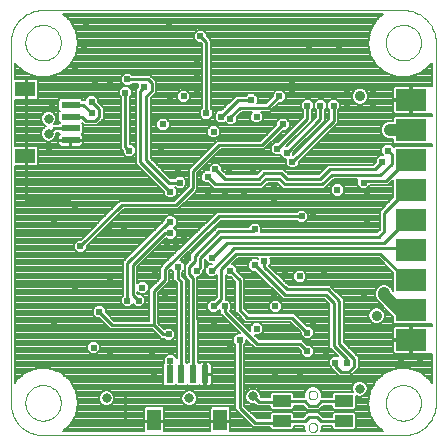
<source format=gbl>
G75*
%MOIN*%
%OFA0B0*%
%FSLAX24Y24*%
%IPPOS*%
%LPD*%
%AMOC8*
5,1,8,0,0,1.08239X$1,22.5*
%
%ADD10C,0.0000*%
%ADD11R,0.0236X0.0610*%
%ADD12R,0.0472X0.0709*%
%ADD13R,0.1000X0.0750*%
%ADD14R,0.0610X0.0236*%
%ADD15R,0.0709X0.0472*%
%ADD16R,0.0610X0.0394*%
%ADD17C,0.0079*%
%ADD18C,0.0238*%
%ADD19C,0.0100*%
%ADD20C,0.0317*%
%ADD21C,0.0356*%
%ADD22C,0.0400*%
D10*
X006957Y004150D02*
X018965Y004150D01*
X018374Y005232D02*
X018376Y005280D01*
X018382Y005328D01*
X018392Y005375D01*
X018405Y005421D01*
X018423Y005466D01*
X018443Y005510D01*
X018468Y005552D01*
X018496Y005591D01*
X018526Y005628D01*
X018560Y005662D01*
X018597Y005694D01*
X018635Y005723D01*
X018676Y005748D01*
X018719Y005770D01*
X018764Y005788D01*
X018810Y005802D01*
X018857Y005813D01*
X018905Y005820D01*
X018953Y005823D01*
X019001Y005822D01*
X019049Y005817D01*
X019097Y005808D01*
X019143Y005796D01*
X019188Y005779D01*
X019232Y005759D01*
X019274Y005736D01*
X019314Y005709D01*
X019352Y005679D01*
X019387Y005646D01*
X019419Y005610D01*
X019449Y005572D01*
X019475Y005531D01*
X019497Y005488D01*
X019517Y005444D01*
X019532Y005399D01*
X019544Y005352D01*
X019552Y005304D01*
X019556Y005256D01*
X019556Y005208D01*
X019552Y005160D01*
X019544Y005112D01*
X019532Y005065D01*
X019517Y005020D01*
X019497Y004976D01*
X019475Y004933D01*
X019449Y004892D01*
X019419Y004854D01*
X019387Y004818D01*
X019352Y004785D01*
X019314Y004755D01*
X019274Y004728D01*
X019232Y004705D01*
X019188Y004685D01*
X019143Y004668D01*
X019097Y004656D01*
X019049Y004647D01*
X019001Y004642D01*
X018953Y004641D01*
X018905Y004644D01*
X018857Y004651D01*
X018810Y004662D01*
X018764Y004676D01*
X018719Y004694D01*
X018676Y004716D01*
X018635Y004741D01*
X018597Y004770D01*
X018560Y004802D01*
X018526Y004836D01*
X018496Y004873D01*
X018468Y004912D01*
X018443Y004954D01*
X018423Y004998D01*
X018405Y005043D01*
X018392Y005089D01*
X018382Y005136D01*
X018376Y005184D01*
X018374Y005232D01*
X018965Y004149D02*
X019028Y004151D01*
X019091Y004156D01*
X019153Y004165D01*
X019215Y004178D01*
X019276Y004194D01*
X019335Y004214D01*
X019394Y004238D01*
X019451Y004264D01*
X019507Y004294D01*
X019560Y004327D01*
X019612Y004363D01*
X019661Y004402D01*
X019708Y004444D01*
X019753Y004489D01*
X019795Y004536D01*
X019834Y004585D01*
X019870Y004637D01*
X019903Y004691D01*
X019933Y004746D01*
X019959Y004803D01*
X019983Y004862D01*
X020003Y004921D01*
X020019Y004982D01*
X020032Y005044D01*
X020041Y005106D01*
X020046Y005169D01*
X020048Y005232D01*
X020047Y005232D02*
X020047Y017240D01*
X018374Y017240D02*
X018376Y017288D01*
X018382Y017336D01*
X018392Y017383D01*
X018405Y017429D01*
X018423Y017474D01*
X018443Y017518D01*
X018468Y017560D01*
X018496Y017599D01*
X018526Y017636D01*
X018560Y017670D01*
X018597Y017702D01*
X018635Y017731D01*
X018676Y017756D01*
X018719Y017778D01*
X018764Y017796D01*
X018810Y017810D01*
X018857Y017821D01*
X018905Y017828D01*
X018953Y017831D01*
X019001Y017830D01*
X019049Y017825D01*
X019097Y017816D01*
X019143Y017804D01*
X019188Y017787D01*
X019232Y017767D01*
X019274Y017744D01*
X019314Y017717D01*
X019352Y017687D01*
X019387Y017654D01*
X019419Y017618D01*
X019449Y017580D01*
X019475Y017539D01*
X019497Y017496D01*
X019517Y017452D01*
X019532Y017407D01*
X019544Y017360D01*
X019552Y017312D01*
X019556Y017264D01*
X019556Y017216D01*
X019552Y017168D01*
X019544Y017120D01*
X019532Y017073D01*
X019517Y017028D01*
X019497Y016984D01*
X019475Y016941D01*
X019449Y016900D01*
X019419Y016862D01*
X019387Y016826D01*
X019352Y016793D01*
X019314Y016763D01*
X019274Y016736D01*
X019232Y016713D01*
X019188Y016693D01*
X019143Y016676D01*
X019097Y016664D01*
X019049Y016655D01*
X019001Y016650D01*
X018953Y016649D01*
X018905Y016652D01*
X018857Y016659D01*
X018810Y016670D01*
X018764Y016684D01*
X018719Y016702D01*
X018676Y016724D01*
X018635Y016749D01*
X018597Y016778D01*
X018560Y016810D01*
X018526Y016844D01*
X018496Y016881D01*
X018468Y016920D01*
X018443Y016962D01*
X018423Y017006D01*
X018405Y017051D01*
X018392Y017097D01*
X018382Y017144D01*
X018376Y017192D01*
X018374Y017240D01*
X018965Y018323D02*
X019028Y018321D01*
X019091Y018316D01*
X019153Y018307D01*
X019215Y018294D01*
X019276Y018278D01*
X019335Y018258D01*
X019394Y018234D01*
X019451Y018208D01*
X019507Y018178D01*
X019560Y018145D01*
X019612Y018109D01*
X019661Y018070D01*
X019708Y018028D01*
X019753Y017983D01*
X019795Y017936D01*
X019834Y017887D01*
X019870Y017835D01*
X019903Y017782D01*
X019933Y017726D01*
X019959Y017669D01*
X019983Y017610D01*
X020003Y017551D01*
X020019Y017490D01*
X020032Y017428D01*
X020041Y017366D01*
X020046Y017303D01*
X020048Y017240D01*
X018965Y018323D02*
X006957Y018323D01*
X006366Y017240D02*
X006368Y017288D01*
X006374Y017336D01*
X006384Y017383D01*
X006397Y017429D01*
X006415Y017474D01*
X006435Y017518D01*
X006460Y017560D01*
X006488Y017599D01*
X006518Y017636D01*
X006552Y017670D01*
X006589Y017702D01*
X006627Y017731D01*
X006668Y017756D01*
X006711Y017778D01*
X006756Y017796D01*
X006802Y017810D01*
X006849Y017821D01*
X006897Y017828D01*
X006945Y017831D01*
X006993Y017830D01*
X007041Y017825D01*
X007089Y017816D01*
X007135Y017804D01*
X007180Y017787D01*
X007224Y017767D01*
X007266Y017744D01*
X007306Y017717D01*
X007344Y017687D01*
X007379Y017654D01*
X007411Y017618D01*
X007441Y017580D01*
X007467Y017539D01*
X007489Y017496D01*
X007509Y017452D01*
X007524Y017407D01*
X007536Y017360D01*
X007544Y017312D01*
X007548Y017264D01*
X007548Y017216D01*
X007544Y017168D01*
X007536Y017120D01*
X007524Y017073D01*
X007509Y017028D01*
X007489Y016984D01*
X007467Y016941D01*
X007441Y016900D01*
X007411Y016862D01*
X007379Y016826D01*
X007344Y016793D01*
X007306Y016763D01*
X007266Y016736D01*
X007224Y016713D01*
X007180Y016693D01*
X007135Y016676D01*
X007089Y016664D01*
X007041Y016655D01*
X006993Y016650D01*
X006945Y016649D01*
X006897Y016652D01*
X006849Y016659D01*
X006802Y016670D01*
X006756Y016684D01*
X006711Y016702D01*
X006668Y016724D01*
X006627Y016749D01*
X006589Y016778D01*
X006552Y016810D01*
X006518Y016844D01*
X006488Y016881D01*
X006460Y016920D01*
X006435Y016962D01*
X006415Y017006D01*
X006397Y017051D01*
X006384Y017097D01*
X006374Y017144D01*
X006368Y017192D01*
X006366Y017240D01*
X005874Y017240D02*
X005874Y005232D01*
X006366Y005232D02*
X006368Y005280D01*
X006374Y005328D01*
X006384Y005375D01*
X006397Y005421D01*
X006415Y005466D01*
X006435Y005510D01*
X006460Y005552D01*
X006488Y005591D01*
X006518Y005628D01*
X006552Y005662D01*
X006589Y005694D01*
X006627Y005723D01*
X006668Y005748D01*
X006711Y005770D01*
X006756Y005788D01*
X006802Y005802D01*
X006849Y005813D01*
X006897Y005820D01*
X006945Y005823D01*
X006993Y005822D01*
X007041Y005817D01*
X007089Y005808D01*
X007135Y005796D01*
X007180Y005779D01*
X007224Y005759D01*
X007266Y005736D01*
X007306Y005709D01*
X007344Y005679D01*
X007379Y005646D01*
X007411Y005610D01*
X007441Y005572D01*
X007467Y005531D01*
X007489Y005488D01*
X007509Y005444D01*
X007524Y005399D01*
X007536Y005352D01*
X007544Y005304D01*
X007548Y005256D01*
X007548Y005208D01*
X007544Y005160D01*
X007536Y005112D01*
X007524Y005065D01*
X007509Y005020D01*
X007489Y004976D01*
X007467Y004933D01*
X007441Y004892D01*
X007411Y004854D01*
X007379Y004818D01*
X007344Y004785D01*
X007306Y004755D01*
X007266Y004728D01*
X007224Y004705D01*
X007180Y004685D01*
X007135Y004668D01*
X007089Y004656D01*
X007041Y004647D01*
X006993Y004642D01*
X006945Y004641D01*
X006897Y004644D01*
X006849Y004651D01*
X006802Y004662D01*
X006756Y004676D01*
X006711Y004694D01*
X006668Y004716D01*
X006627Y004741D01*
X006589Y004770D01*
X006552Y004802D01*
X006518Y004836D01*
X006488Y004873D01*
X006460Y004912D01*
X006435Y004954D01*
X006415Y004998D01*
X006397Y005043D01*
X006384Y005089D01*
X006374Y005136D01*
X006368Y005184D01*
X006366Y005232D01*
X005874Y005232D02*
X005876Y005169D01*
X005881Y005106D01*
X005890Y005044D01*
X005903Y004982D01*
X005919Y004921D01*
X005939Y004862D01*
X005963Y004803D01*
X005989Y004746D01*
X006019Y004691D01*
X006052Y004637D01*
X006088Y004585D01*
X006127Y004536D01*
X006169Y004489D01*
X006214Y004444D01*
X006261Y004402D01*
X006310Y004363D01*
X006362Y004327D01*
X006415Y004294D01*
X006471Y004264D01*
X006528Y004238D01*
X006587Y004214D01*
X006646Y004194D01*
X006707Y004178D01*
X006769Y004165D01*
X006831Y004156D01*
X006894Y004151D01*
X006957Y004149D01*
X015804Y004411D02*
X015806Y004435D01*
X015812Y004458D01*
X015821Y004480D01*
X015834Y004500D01*
X015849Y004518D01*
X015868Y004533D01*
X015889Y004545D01*
X015911Y004553D01*
X015934Y004558D01*
X015958Y004559D01*
X015982Y004556D01*
X016004Y004549D01*
X016026Y004539D01*
X016046Y004526D01*
X016063Y004509D01*
X016077Y004490D01*
X016088Y004469D01*
X016096Y004446D01*
X016100Y004423D01*
X016100Y004399D01*
X016096Y004376D01*
X016088Y004353D01*
X016077Y004332D01*
X016063Y004313D01*
X016046Y004296D01*
X016026Y004283D01*
X016004Y004273D01*
X015982Y004266D01*
X015958Y004263D01*
X015934Y004264D01*
X015911Y004269D01*
X015889Y004277D01*
X015868Y004289D01*
X015849Y004304D01*
X015834Y004322D01*
X015821Y004342D01*
X015812Y004364D01*
X015806Y004387D01*
X015804Y004411D01*
X015804Y005493D02*
X015806Y005517D01*
X015812Y005540D01*
X015821Y005562D01*
X015834Y005582D01*
X015849Y005600D01*
X015868Y005615D01*
X015889Y005627D01*
X015911Y005635D01*
X015934Y005640D01*
X015958Y005641D01*
X015982Y005638D01*
X016004Y005631D01*
X016026Y005621D01*
X016046Y005608D01*
X016063Y005591D01*
X016077Y005572D01*
X016088Y005551D01*
X016096Y005528D01*
X016100Y005505D01*
X016100Y005481D01*
X016096Y005458D01*
X016088Y005435D01*
X016077Y005414D01*
X016063Y005395D01*
X016046Y005378D01*
X016026Y005365D01*
X016004Y005355D01*
X015982Y005348D01*
X015958Y005345D01*
X015934Y005346D01*
X015911Y005351D01*
X015889Y005359D01*
X015868Y005371D01*
X015849Y005386D01*
X015834Y005404D01*
X015821Y005424D01*
X015812Y005446D01*
X015806Y005469D01*
X015804Y005493D01*
X005874Y017240D02*
X005876Y017303D01*
X005881Y017366D01*
X005890Y017428D01*
X005903Y017490D01*
X005919Y017551D01*
X005939Y017610D01*
X005963Y017669D01*
X005989Y017726D01*
X006019Y017782D01*
X006052Y017835D01*
X006088Y017887D01*
X006127Y017936D01*
X006169Y017983D01*
X006214Y018028D01*
X006261Y018070D01*
X006310Y018109D01*
X006362Y018145D01*
X006416Y018178D01*
X006471Y018208D01*
X006528Y018234D01*
X006587Y018258D01*
X006646Y018278D01*
X006707Y018294D01*
X006769Y018307D01*
X006831Y018316D01*
X006894Y018321D01*
X006957Y018323D01*
D11*
X011174Y006186D03*
X011568Y006186D03*
X011961Y006186D03*
X012355Y006186D03*
D12*
X012867Y004660D03*
X010662Y004660D03*
D13*
X019227Y007327D03*
X019227Y008327D03*
X019227Y009327D03*
X019227Y010327D03*
X019227Y011327D03*
X019227Y012327D03*
X019227Y013327D03*
X019227Y014327D03*
X019227Y015327D03*
D14*
X007873Y015167D03*
X007873Y014774D03*
X007873Y014380D03*
X007873Y013986D03*
D15*
X006348Y013475D03*
X006348Y015679D03*
D16*
X014918Y005287D03*
X014918Y004617D03*
X016985Y004617D03*
X016985Y005287D03*
D17*
X017390Y005294D02*
X017804Y005294D01*
X017793Y005232D02*
X017793Y005232D01*
X017863Y004832D01*
X017863Y004832D01*
X018067Y004479D01*
X018293Y004289D01*
X016212Y004289D01*
X016239Y004353D01*
X016239Y004468D01*
X016581Y004468D01*
X016581Y004379D01*
X016639Y004321D01*
X017332Y004321D01*
X017390Y004379D01*
X017390Y004855D01*
X017332Y004913D01*
X016639Y004913D01*
X016581Y004855D01*
X016581Y004767D01*
X016286Y004767D01*
X016226Y004826D01*
X016139Y004914D01*
X015765Y004914D01*
X015618Y004767D01*
X015323Y004767D01*
X015323Y004855D01*
X015265Y004913D01*
X014572Y004913D01*
X014514Y004855D01*
X014514Y004726D01*
X014076Y004726D01*
X013664Y005139D01*
X013664Y007167D01*
X013733Y007236D01*
X013733Y007335D01*
X014015Y007053D01*
X015452Y007053D01*
X015546Y006959D01*
X015546Y006861D01*
X015674Y006733D01*
X015855Y006733D01*
X015983Y006861D01*
X015983Y007042D01*
X015855Y007170D01*
X015757Y007170D01*
X015664Y007264D01*
X015576Y007351D01*
X014139Y007351D01*
X014007Y007483D01*
X014167Y007483D01*
X014295Y007611D01*
X014295Y007792D01*
X014167Y007920D01*
X013986Y007920D01*
X013858Y007792D01*
X013858Y007632D01*
X013181Y008309D01*
X013233Y008361D01*
X013233Y008542D01*
X013105Y008670D01*
X013039Y008670D01*
X013039Y009494D01*
X013111Y009421D01*
X013209Y009421D01*
X013365Y009265D01*
X013365Y008265D01*
X013452Y008178D01*
X013453Y008178D01*
X013702Y007928D01*
X015202Y007928D01*
X015546Y007584D01*
X015546Y007486D01*
X015674Y007358D01*
X015855Y007358D01*
X015983Y007486D01*
X015983Y007667D01*
X015855Y007795D01*
X015757Y007795D01*
X015326Y008226D01*
X013826Y008226D01*
X013664Y008389D01*
X013664Y009389D01*
X013420Y009632D01*
X013420Y009730D01*
X013292Y009858D01*
X013257Y009858D01*
X013451Y010053D01*
X014119Y010053D01*
X014108Y010042D01*
X014105Y010045D01*
X013924Y010045D01*
X013796Y009917D01*
X013796Y009736D01*
X013924Y009608D01*
X014022Y009608D01*
X014952Y008678D01*
X016327Y008678D01*
X016490Y008515D01*
X016490Y007077D01*
X016577Y006990D01*
X016772Y006795D01*
X016611Y006795D01*
X016483Y006667D01*
X016483Y006486D01*
X016553Y006417D01*
X016553Y006390D01*
X016740Y006202D01*
X016827Y006115D01*
X017201Y006115D01*
X017389Y006303D01*
X017476Y006390D01*
X017476Y006764D01*
X016976Y007264D01*
X016976Y008701D01*
X016601Y009076D01*
X016514Y009164D01*
X015139Y009164D01*
X014493Y009809D01*
X014545Y009861D01*
X014545Y010042D01*
X014535Y010053D01*
X018140Y010053D01*
X018628Y009565D01*
X018628Y008950D01*
X018625Y008952D01*
X018581Y009059D01*
X018496Y009143D01*
X018386Y009189D01*
X018267Y009189D01*
X018157Y009143D01*
X018073Y009059D01*
X018028Y008949D01*
X018028Y008767D01*
X018073Y008657D01*
X018628Y008103D01*
X018628Y007911D01*
X018686Y007853D01*
X019768Y007853D01*
X019790Y007874D01*
X019908Y007874D01*
X019908Y007780D01*
X019790Y007780D01*
X019783Y007786D01*
X019747Y007801D01*
X019266Y007801D01*
X019266Y007366D01*
X019188Y007366D01*
X019188Y007801D01*
X018707Y007801D01*
X018671Y007786D01*
X018643Y007758D01*
X018628Y007722D01*
X018628Y007366D01*
X019187Y007366D01*
X019187Y007288D01*
X018628Y007288D01*
X018628Y006932D01*
X018643Y006896D01*
X018671Y006868D01*
X018707Y006853D01*
X019188Y006853D01*
X019188Y007287D01*
X019266Y007287D01*
X019266Y006853D01*
X019747Y006853D01*
X019783Y006868D01*
X019790Y006874D01*
X019908Y006874D01*
X019908Y005907D01*
X019863Y005986D01*
X019863Y005986D01*
X019863Y005986D01*
X019551Y006247D01*
X019168Y006387D01*
X018761Y006387D01*
X018379Y006247D01*
X018379Y006247D01*
X018067Y005986D01*
X018067Y005986D01*
X017863Y005633D01*
X017793Y005232D01*
X017795Y005217D02*
X017390Y005217D01*
X017390Y005140D02*
X017809Y005140D01*
X017823Y005063D02*
X017390Y005063D01*
X017390Y005049D02*
X017390Y005474D01*
X017463Y005444D01*
X017566Y005444D01*
X017660Y005483D01*
X017733Y005556D01*
X017772Y005651D01*
X017772Y005753D01*
X017733Y005848D01*
X017660Y005920D01*
X017566Y005960D01*
X017463Y005960D01*
X017368Y005920D01*
X017296Y005848D01*
X017257Y005753D01*
X017257Y005651D01*
X017285Y005583D01*
X016639Y005583D01*
X016581Y005525D01*
X016581Y005436D01*
X016239Y005436D01*
X016239Y005436D01*
X016239Y005550D01*
X016195Y005656D01*
X016114Y005737D01*
X016009Y005780D01*
X015895Y005780D01*
X015789Y005737D01*
X015709Y005656D01*
X015665Y005550D01*
X015665Y005436D01*
X015323Y005436D01*
X015323Y005525D01*
X015265Y005583D01*
X014572Y005583D01*
X014514Y005525D01*
X014514Y005414D01*
X014210Y005414D01*
X014210Y005503D01*
X014170Y005598D01*
X014098Y005670D01*
X014003Y005710D01*
X013901Y005710D01*
X013806Y005670D01*
X013733Y005598D01*
X013694Y005503D01*
X013694Y005401D01*
X013733Y005306D01*
X013806Y005233D01*
X013901Y005194D01*
X013998Y005194D01*
X014077Y005115D01*
X014514Y005115D01*
X014514Y005049D01*
X014572Y004990D01*
X015265Y004990D01*
X015323Y005049D01*
X015323Y005137D01*
X015618Y005137D01*
X015765Y004990D01*
X016139Y004990D01*
X016226Y005077D01*
X016286Y005137D01*
X016581Y005137D01*
X016581Y005049D01*
X016639Y004990D01*
X017332Y004990D01*
X017390Y005049D01*
X017337Y004908D02*
X017850Y004908D01*
X017864Y004831D02*
X017390Y004831D01*
X017390Y004754D02*
X017908Y004754D01*
X017953Y004677D02*
X017390Y004677D01*
X017390Y004599D02*
X017997Y004599D01*
X018042Y004522D02*
X017390Y004522D01*
X017390Y004445D02*
X018108Y004445D01*
X018067Y004479D02*
X018067Y004479D01*
X018067Y004479D01*
X018200Y004368D02*
X017378Y004368D01*
X016593Y004368D02*
X016239Y004368D01*
X016239Y004445D02*
X016581Y004445D01*
X016239Y004468D02*
X016239Y004468D01*
X016213Y004290D02*
X018292Y004290D01*
X017836Y004985D02*
X013817Y004985D01*
X013894Y004908D02*
X014567Y004908D01*
X014514Y004831D02*
X013971Y004831D01*
X014049Y004754D02*
X014514Y004754D01*
X014514Y005063D02*
X013740Y005063D01*
X013664Y005140D02*
X014053Y005140D01*
X013845Y005217D02*
X013664Y005217D01*
X013664Y005294D02*
X013745Y005294D01*
X013706Y005372D02*
X013664Y005372D01*
X013664Y005449D02*
X013694Y005449D01*
X013704Y005526D02*
X013664Y005526D01*
X013664Y005603D02*
X013739Y005603D01*
X013664Y005681D02*
X013831Y005681D01*
X013664Y005758D02*
X015841Y005758D01*
X015733Y005681D02*
X014073Y005681D01*
X014165Y005603D02*
X015687Y005603D01*
X015665Y005526D02*
X015321Y005526D01*
X015323Y005449D02*
X015665Y005449D01*
X015665Y005436D02*
X015665Y005436D01*
X016170Y005681D02*
X017257Y005681D01*
X017259Y005758D02*
X016063Y005758D01*
X016217Y005603D02*
X017276Y005603D01*
X017390Y005449D02*
X017451Y005449D01*
X017390Y005372D02*
X017817Y005372D01*
X017831Y005449D02*
X017577Y005449D01*
X017703Y005526D02*
X017844Y005526D01*
X017858Y005603D02*
X017753Y005603D01*
X017772Y005681D02*
X017891Y005681D01*
X017863Y005633D02*
X017863Y005633D01*
X017935Y005758D02*
X017770Y005758D01*
X017738Y005835D02*
X017980Y005835D01*
X018024Y005912D02*
X017668Y005912D01*
X017360Y005912D02*
X013664Y005912D01*
X013664Y005835D02*
X017291Y005835D01*
X017230Y006144D02*
X018256Y006144D01*
X018348Y006221D02*
X017308Y006221D01*
X017385Y006299D02*
X018519Y006299D01*
X018731Y006376D02*
X017462Y006376D01*
X017476Y006453D02*
X019908Y006453D01*
X019908Y006376D02*
X019198Y006376D01*
X019410Y006299D02*
X019908Y006299D01*
X019908Y006221D02*
X019582Y006221D01*
X019551Y006247D02*
X019551Y006247D01*
X019674Y006144D02*
X019908Y006144D01*
X019908Y006067D02*
X019766Y006067D01*
X019858Y005990D02*
X019908Y005990D01*
X019905Y005912D02*
X019908Y005912D01*
X019908Y006530D02*
X017476Y006530D01*
X017476Y006608D02*
X019908Y006608D01*
X019908Y006685D02*
X017476Y006685D01*
X017476Y006762D02*
X019908Y006762D01*
X019908Y006839D02*
X017401Y006839D01*
X017323Y006916D02*
X018634Y006916D01*
X018628Y006994D02*
X017246Y006994D01*
X017169Y007071D02*
X018628Y007071D01*
X018628Y007148D02*
X017092Y007148D01*
X017015Y007225D02*
X018628Y007225D01*
X018628Y007380D02*
X016976Y007380D01*
X016976Y007457D02*
X018628Y007457D01*
X018628Y007534D02*
X016976Y007534D01*
X016976Y007612D02*
X018628Y007612D01*
X018628Y007689D02*
X016976Y007689D01*
X016976Y007766D02*
X018651Y007766D01*
X018628Y007921D02*
X018251Y007921D01*
X018234Y007904D02*
X018312Y007982D01*
X018354Y008084D01*
X018354Y008195D01*
X018312Y008297D01*
X018234Y008375D01*
X018132Y008417D01*
X018022Y008417D01*
X017920Y008375D01*
X017842Y008297D01*
X017799Y008195D01*
X017799Y008084D01*
X017842Y007982D01*
X017920Y007904D01*
X018022Y007862D01*
X018132Y007862D01*
X018234Y007904D01*
X018319Y007998D02*
X018628Y007998D01*
X018628Y008075D02*
X018351Y008075D01*
X018354Y008152D02*
X018578Y008152D01*
X018501Y008230D02*
X018340Y008230D01*
X018302Y008307D02*
X018424Y008307D01*
X018346Y008384D02*
X018211Y008384D01*
X018269Y008461D02*
X016976Y008461D01*
X016976Y008384D02*
X017943Y008384D01*
X017852Y008307D02*
X016976Y008307D01*
X016976Y008230D02*
X017814Y008230D01*
X017799Y008152D02*
X016976Y008152D01*
X016976Y008075D02*
X017803Y008075D01*
X017835Y007998D02*
X016976Y007998D01*
X016976Y007921D02*
X017903Y007921D01*
X018192Y008539D02*
X016976Y008539D01*
X016976Y008616D02*
X018115Y008616D01*
X018058Y008693D02*
X016976Y008693D01*
X016907Y008770D02*
X018028Y008770D01*
X018028Y008847D02*
X016830Y008847D01*
X016753Y008925D02*
X018028Y008925D01*
X018049Y009002D02*
X016676Y009002D01*
X016598Y009079D02*
X018093Y009079D01*
X018189Y009156D02*
X016521Y009156D01*
X016389Y008616D02*
X014847Y008616D01*
X014792Y008670D02*
X014611Y008670D01*
X014483Y008542D01*
X014483Y008361D01*
X014611Y008233D01*
X014792Y008233D01*
X014920Y008361D01*
X014920Y008542D01*
X014792Y008670D01*
X014860Y008770D02*
X013664Y008770D01*
X013664Y008693D02*
X014937Y008693D01*
X014920Y008539D02*
X016466Y008539D01*
X016490Y008461D02*
X014920Y008461D01*
X014920Y008384D02*
X016490Y008384D01*
X016490Y008307D02*
X014866Y008307D01*
X014538Y008307D02*
X013746Y008307D01*
X013823Y008230D02*
X016490Y008230D01*
X016490Y008152D02*
X015400Y008152D01*
X015477Y008075D02*
X016490Y008075D01*
X016490Y007998D02*
X015555Y007998D01*
X015632Y007921D02*
X016490Y007921D01*
X016490Y007843D02*
X015709Y007843D01*
X015884Y007766D02*
X016490Y007766D01*
X016490Y007689D02*
X015961Y007689D01*
X015983Y007612D02*
X016490Y007612D01*
X016490Y007534D02*
X015983Y007534D01*
X015954Y007457D02*
X016490Y007457D01*
X016490Y007380D02*
X015876Y007380D01*
X015652Y007380D02*
X014110Y007380D01*
X014033Y007457D02*
X015575Y007457D01*
X015546Y007534D02*
X014218Y007534D01*
X014295Y007612D02*
X015518Y007612D01*
X015441Y007689D02*
X014295Y007689D01*
X014295Y007766D02*
X015364Y007766D01*
X015287Y007843D02*
X014244Y007843D01*
X013909Y007843D02*
X013647Y007843D01*
X013724Y007766D02*
X013858Y007766D01*
X013858Y007689D02*
X013801Y007689D01*
X013522Y007545D02*
X013424Y007545D01*
X013296Y007417D01*
X013296Y007236D01*
X013365Y007167D01*
X013365Y005015D01*
X013452Y004928D01*
X013952Y004428D01*
X014514Y004428D01*
X014514Y004379D01*
X014572Y004321D01*
X015265Y004321D01*
X015323Y004379D01*
X015323Y004468D01*
X015665Y004468D01*
X015665Y004468D01*
X015665Y004353D01*
X015692Y004289D01*
X013202Y004289D01*
X013202Y005056D01*
X013144Y005114D01*
X012589Y005114D01*
X012531Y005056D01*
X012531Y004289D01*
X010998Y004289D01*
X010998Y005056D01*
X010939Y005114D01*
X010385Y005114D01*
X010326Y005056D01*
X010326Y004289D01*
X007628Y004289D01*
X007855Y004479D01*
X008058Y004832D01*
X008129Y005232D01*
X008129Y005232D01*
X008058Y005633D01*
X007855Y005986D01*
X007855Y005986D01*
X007543Y006247D01*
X007543Y006247D01*
X007160Y006387D01*
X006753Y006387D01*
X006371Y006247D01*
X006059Y005986D01*
X006059Y005986D01*
X006013Y005907D01*
X006013Y013139D01*
X006743Y013139D01*
X006801Y013197D01*
X006801Y013752D01*
X006743Y013810D01*
X006013Y013810D01*
X006013Y015344D01*
X006743Y015344D01*
X006801Y015402D01*
X006801Y015957D01*
X006743Y016015D01*
X006013Y016015D01*
X006013Y016566D01*
X006059Y016487D01*
X006059Y016487D01*
X006371Y016225D01*
X006753Y016086D01*
X007160Y016086D01*
X007543Y016225D01*
X007855Y016487D01*
X008058Y016839D01*
X008129Y017240D01*
X008058Y017641D01*
X008058Y017641D01*
X007855Y017994D01*
X007855Y017994D01*
X007855Y017994D01*
X007628Y018184D01*
X018293Y018184D01*
X018067Y017994D01*
X018067Y017994D01*
X017863Y017641D01*
X017793Y017240D01*
X017863Y016839D01*
X018067Y016487D01*
X018379Y016225D01*
X018761Y016086D01*
X019168Y016086D01*
X019551Y016225D01*
X019863Y016487D01*
X019908Y016566D01*
X019908Y015780D01*
X019790Y015780D01*
X019783Y015786D01*
X019747Y015801D01*
X019266Y015801D01*
X019266Y015366D01*
X019188Y015366D01*
X019188Y015801D01*
X018707Y015801D01*
X018671Y015786D01*
X018643Y015758D01*
X018628Y015722D01*
X017588Y015722D01*
X017570Y015729D02*
X017459Y015729D01*
X017357Y015687D01*
X017279Y015609D01*
X017237Y015507D01*
X017237Y015397D01*
X017279Y015295D01*
X017357Y015217D01*
X017459Y015174D01*
X017570Y015174D01*
X017672Y015217D01*
X017750Y015295D01*
X017792Y015397D01*
X017792Y015507D01*
X017750Y015609D01*
X017672Y015687D01*
X017570Y015729D01*
X017441Y015722D02*
X012539Y015722D01*
X012539Y015799D02*
X018702Y015799D01*
X018628Y015722D02*
X018628Y015366D01*
X019187Y015366D01*
X019187Y015288D01*
X018628Y015288D01*
X018628Y014932D01*
X018643Y014896D01*
X018671Y014868D01*
X018707Y014853D01*
X019188Y014853D01*
X019188Y015287D01*
X019266Y015287D01*
X019266Y014853D01*
X019747Y014853D01*
X019783Y014868D01*
X019790Y014874D01*
X019908Y014874D01*
X019908Y014780D01*
X019790Y014780D01*
X019768Y014801D01*
X018686Y014801D01*
X018628Y014743D01*
X018628Y014626D01*
X018455Y014626D01*
X018345Y014581D01*
X018261Y014496D01*
X018215Y014386D01*
X018215Y014267D01*
X018261Y014157D01*
X018345Y014073D01*
X018455Y014028D01*
X018628Y014028D01*
X018628Y013911D01*
X018686Y013853D01*
X019768Y013853D01*
X019790Y013874D01*
X019908Y013874D01*
X019908Y013780D01*
X019790Y013780D01*
X019768Y013801D01*
X018686Y013801D01*
X018642Y013758D01*
X018542Y013858D01*
X018361Y013858D01*
X018233Y013730D01*
X018233Y013549D01*
X018300Y013483D01*
X018174Y013483D01*
X018046Y013355D01*
X018046Y013257D01*
X017952Y013164D01*
X016452Y013164D01*
X016365Y013076D01*
X016140Y012851D01*
X015139Y012851D01*
X014951Y013039D01*
X014265Y013039D01*
X014178Y012951D01*
X014077Y012851D01*
X013076Y012851D01*
X012920Y013007D01*
X012920Y013105D01*
X012792Y013233D01*
X012611Y013233D01*
X012483Y013105D01*
X012483Y012983D01*
X012361Y012983D01*
X012233Y012855D01*
X012233Y012674D01*
X012361Y012546D01*
X012459Y012546D01*
X012553Y012452D01*
X012640Y012365D01*
X014264Y012365D01*
X014451Y012553D01*
X014765Y012553D01*
X014865Y012452D01*
X014952Y012365D01*
X016326Y012365D01*
X016639Y012678D01*
X017431Y012678D01*
X017421Y012667D01*
X017421Y012486D01*
X017549Y012358D01*
X017730Y012358D01*
X017858Y012486D01*
X017858Y012490D01*
X018451Y012490D01*
X018628Y012666D01*
X018628Y012089D01*
X018178Y011639D01*
X018178Y011014D01*
X018077Y010914D01*
X014223Y010914D01*
X014233Y010924D01*
X014233Y011105D01*
X014105Y011233D01*
X013924Y011233D01*
X013796Y011105D01*
X013796Y011101D01*
X012765Y011101D01*
X012678Y011014D01*
X011865Y010201D01*
X011865Y010014D01*
X011678Y009826D01*
X011678Y009452D01*
X011765Y009365D01*
X011803Y009327D01*
X011811Y006590D01*
X011802Y006590D01*
X011764Y006553D01*
X011727Y006590D01*
X011717Y006590D01*
X011717Y009336D01*
X011629Y009423D01*
X011592Y009461D01*
X011592Y009595D01*
X011670Y009674D01*
X011670Y009855D01*
X011542Y009983D01*
X011520Y009983D01*
X012887Y011303D01*
X015417Y011303D01*
X015486Y011233D01*
X015667Y011233D01*
X015795Y011361D01*
X015795Y011542D01*
X015667Y011670D01*
X015486Y011670D01*
X015417Y011601D01*
X012828Y011601D01*
X012768Y011602D01*
X012767Y011601D01*
X012765Y011601D01*
X012722Y011558D01*
X010954Y009851D01*
X010952Y009851D01*
X010910Y009808D01*
X010866Y009766D01*
X010866Y009765D01*
X010865Y009764D01*
X010865Y009703D01*
X010864Y009643D01*
X010865Y009642D01*
X010865Y009389D01*
X010490Y009014D01*
X010490Y007976D01*
X009326Y007976D01*
X009045Y008257D01*
X009045Y008355D01*
X008917Y008483D01*
X008736Y008483D01*
X008608Y008355D01*
X008608Y008174D01*
X008736Y008046D01*
X008834Y008046D01*
X009115Y007765D01*
X009202Y007678D01*
X010577Y007678D01*
X010803Y007452D01*
X010890Y007365D01*
X010980Y007365D01*
X011049Y007296D01*
X011230Y007296D01*
X011358Y007424D01*
X011358Y007605D01*
X011230Y007733D01*
X011049Y007733D01*
X010997Y007681D01*
X010789Y007889D01*
X010789Y008890D01*
X011076Y009178D01*
X011164Y009265D01*
X011164Y009638D01*
X011233Y009706D01*
X011233Y009674D01*
X011293Y009614D01*
X011293Y009337D01*
X011381Y009249D01*
X011418Y009212D01*
X011418Y006732D01*
X011292Y006858D01*
X011111Y006858D01*
X010983Y006730D01*
X010983Y006559D01*
X010956Y006532D01*
X010956Y005839D01*
X011015Y005781D01*
X011333Y005781D01*
X011371Y005819D01*
X011408Y005781D01*
X011727Y005781D01*
X011764Y005819D01*
X011802Y005781D01*
X012120Y005781D01*
X012158Y005819D01*
X012181Y005796D01*
X012217Y005781D01*
X012335Y005781D01*
X012335Y006166D01*
X012375Y006166D01*
X012375Y006205D01*
X012572Y006205D01*
X012572Y006511D01*
X012557Y006547D01*
X012529Y006575D01*
X012493Y006590D01*
X012375Y006590D01*
X012375Y006205D01*
X012335Y006205D01*
X012335Y006590D01*
X012217Y006590D01*
X012181Y006575D01*
X012158Y006553D01*
X012120Y006590D01*
X012109Y006590D01*
X012101Y009390D01*
X012101Y009421D01*
X012167Y009421D01*
X012295Y009549D01*
X012295Y009647D01*
X012351Y009702D01*
X012351Y010015D01*
X012358Y010022D01*
X012358Y009986D01*
X012486Y009858D01*
X012358Y009730D01*
X012358Y009549D01*
X012486Y009421D01*
X012667Y009421D01*
X012740Y009494D01*
X012740Y008764D01*
X012647Y008670D01*
X012549Y008670D01*
X012421Y008542D01*
X012421Y008361D01*
X012549Y008233D01*
X012730Y008233D01*
X012827Y008330D01*
X012865Y008292D01*
X012865Y008202D01*
X012952Y008115D01*
X013522Y007545D01*
X013456Y007612D02*
X012106Y007612D01*
X012106Y007689D02*
X013379Y007689D01*
X013301Y007766D02*
X012106Y007766D01*
X012106Y007843D02*
X013224Y007843D01*
X013147Y007921D02*
X012106Y007921D01*
X012105Y007998D02*
X013070Y007998D01*
X012992Y008075D02*
X012105Y008075D01*
X012105Y008152D02*
X012915Y008152D01*
X012865Y008230D02*
X012105Y008230D01*
X012104Y008307D02*
X012476Y008307D01*
X012421Y008384D02*
X012104Y008384D01*
X012104Y008461D02*
X012421Y008461D01*
X012421Y008539D02*
X012104Y008539D01*
X012103Y008616D02*
X012494Y008616D01*
X012669Y008693D02*
X012103Y008693D01*
X012103Y008770D02*
X012740Y008770D01*
X012740Y008847D02*
X012103Y008847D01*
X012103Y008925D02*
X012740Y008925D01*
X012740Y009002D02*
X012102Y009002D01*
X012102Y009079D02*
X012740Y009079D01*
X012740Y009156D02*
X012102Y009156D01*
X012102Y009234D02*
X012740Y009234D01*
X012740Y009311D02*
X012101Y009311D01*
X012101Y009388D02*
X012740Y009388D01*
X012740Y009465D02*
X012712Y009465D01*
X012442Y009465D02*
X012212Y009465D01*
X012289Y009543D02*
X012365Y009543D01*
X012358Y009620D02*
X012295Y009620D01*
X012346Y009697D02*
X012358Y009697D01*
X012351Y009774D02*
X012403Y009774D01*
X012351Y009852D02*
X012480Y009852D01*
X012486Y009858D02*
X012584Y009858D01*
X012585Y009858D01*
X012486Y009858D01*
X012416Y009929D02*
X012351Y009929D01*
X012351Y010006D02*
X012358Y010006D01*
X011979Y010315D02*
X011865Y010315D01*
X011902Y010238D02*
X011785Y010238D01*
X011705Y010161D02*
X011865Y010161D01*
X011865Y010083D02*
X011625Y010083D01*
X011545Y010006D02*
X011857Y010006D01*
X011780Y009929D02*
X011596Y009929D01*
X011670Y009852D02*
X011703Y009852D01*
X011678Y009774D02*
X011670Y009774D01*
X011670Y009697D02*
X011678Y009697D01*
X011678Y009620D02*
X011616Y009620D01*
X011592Y009543D02*
X011678Y009543D01*
X011678Y009465D02*
X011592Y009465D01*
X011629Y009423D02*
X011629Y009423D01*
X011664Y009388D02*
X011742Y009388D01*
X011717Y009311D02*
X011803Y009311D01*
X011803Y009234D02*
X011717Y009234D01*
X011717Y009156D02*
X011803Y009156D01*
X011803Y009079D02*
X011717Y009079D01*
X011717Y009002D02*
X011804Y009002D01*
X011804Y008925D02*
X011717Y008925D01*
X011717Y008847D02*
X011804Y008847D01*
X011804Y008770D02*
X011717Y008770D01*
X011717Y008693D02*
X011805Y008693D01*
X011805Y008616D02*
X011717Y008616D01*
X011717Y008539D02*
X011805Y008539D01*
X011805Y008461D02*
X011717Y008461D01*
X011717Y008384D02*
X011805Y008384D01*
X011806Y008307D02*
X011717Y008307D01*
X011717Y008230D02*
X011806Y008230D01*
X011806Y008152D02*
X011717Y008152D01*
X011717Y008075D02*
X011806Y008075D01*
X011807Y007998D02*
X011717Y007998D01*
X011717Y007921D02*
X011807Y007921D01*
X011807Y007843D02*
X011717Y007843D01*
X011717Y007766D02*
X011807Y007766D01*
X011807Y007689D02*
X011717Y007689D01*
X011717Y007612D02*
X011808Y007612D01*
X011808Y007534D02*
X011717Y007534D01*
X011717Y007457D02*
X011808Y007457D01*
X011808Y007380D02*
X011717Y007380D01*
X011717Y007303D02*
X011809Y007303D01*
X011809Y007225D02*
X011717Y007225D01*
X011717Y007148D02*
X011809Y007148D01*
X011809Y007071D02*
X011717Y007071D01*
X011717Y006994D02*
X011809Y006994D01*
X011810Y006916D02*
X011717Y006916D01*
X011717Y006839D02*
X011810Y006839D01*
X011810Y006762D02*
X011717Y006762D01*
X011717Y006685D02*
X011810Y006685D01*
X011811Y006608D02*
X011717Y006608D01*
X011418Y006762D02*
X011388Y006762D01*
X011418Y006839D02*
X011311Y006839D01*
X011418Y006916D02*
X008788Y006916D01*
X008730Y006858D02*
X008858Y006986D01*
X008858Y007167D01*
X008730Y007295D01*
X008549Y007295D01*
X008421Y007167D01*
X008421Y006986D01*
X008549Y006858D01*
X008730Y006858D01*
X008858Y006994D02*
X011418Y006994D01*
X011418Y007071D02*
X008858Y007071D01*
X008858Y007148D02*
X011418Y007148D01*
X011418Y007225D02*
X008800Y007225D01*
X008479Y007225D02*
X006013Y007225D01*
X006013Y007148D02*
X008421Y007148D01*
X008421Y007071D02*
X006013Y007071D01*
X006013Y006994D02*
X008421Y006994D01*
X008491Y006916D02*
X006013Y006916D01*
X006013Y006839D02*
X011093Y006839D01*
X011016Y006762D02*
X006013Y006762D01*
X006013Y006685D02*
X010983Y006685D01*
X010983Y006608D02*
X006013Y006608D01*
X006013Y006530D02*
X010956Y006530D01*
X010956Y006453D02*
X006013Y006453D01*
X006013Y006376D02*
X006724Y006376D01*
X006511Y006299D02*
X006013Y006299D01*
X006013Y006221D02*
X006340Y006221D01*
X006371Y006247D02*
X006371Y006247D01*
X006248Y006144D02*
X006013Y006144D01*
X006013Y006067D02*
X006156Y006067D01*
X006064Y005990D02*
X006013Y005990D01*
X006013Y005912D02*
X006017Y005912D01*
X007190Y006376D02*
X010956Y006376D01*
X010956Y006299D02*
X007402Y006299D01*
X007574Y006221D02*
X010956Y006221D01*
X010956Y006144D02*
X007666Y006144D01*
X007758Y006067D02*
X010956Y006067D01*
X010956Y005990D02*
X007850Y005990D01*
X007897Y005912D02*
X010956Y005912D01*
X010961Y005835D02*
X007942Y005835D01*
X007986Y005758D02*
X013365Y005758D01*
X013365Y005835D02*
X012562Y005835D01*
X012557Y005824D02*
X012572Y005861D01*
X012572Y006166D01*
X012375Y006166D01*
X012375Y005781D01*
X012493Y005781D01*
X012529Y005796D01*
X012557Y005824D01*
X012572Y005912D02*
X013365Y005912D01*
X013365Y005990D02*
X012572Y005990D01*
X012572Y006067D02*
X013365Y006067D01*
X013365Y006144D02*
X012572Y006144D01*
X012572Y006221D02*
X013365Y006221D01*
X013365Y006299D02*
X012572Y006299D01*
X012572Y006376D02*
X013365Y006376D01*
X013365Y006453D02*
X012572Y006453D01*
X012564Y006530D02*
X013365Y006530D01*
X013365Y006608D02*
X012109Y006608D01*
X012109Y006685D02*
X013365Y006685D01*
X013365Y006762D02*
X012109Y006762D01*
X012109Y006839D02*
X013365Y006839D01*
X013365Y006916D02*
X012108Y006916D01*
X012108Y006994D02*
X013365Y006994D01*
X013365Y007071D02*
X012108Y007071D01*
X012108Y007148D02*
X013365Y007148D01*
X013307Y007225D02*
X012108Y007225D01*
X012107Y007303D02*
X013296Y007303D01*
X013296Y007380D02*
X012107Y007380D01*
X012107Y007457D02*
X013336Y007457D01*
X013413Y007534D02*
X012107Y007534D01*
X011418Y007534D02*
X011358Y007534D01*
X011358Y007457D02*
X011418Y007457D01*
X011418Y007380D02*
X011314Y007380D01*
X011237Y007303D02*
X011418Y007303D01*
X011418Y007612D02*
X011351Y007612D01*
X011418Y007689D02*
X011274Y007689D01*
X011418Y007766D02*
X010911Y007766D01*
X010834Y007843D02*
X011418Y007843D01*
X011418Y007921D02*
X010789Y007921D01*
X010789Y007998D02*
X011418Y007998D01*
X011418Y008075D02*
X010789Y008075D01*
X010789Y008152D02*
X011418Y008152D01*
X011418Y008230D02*
X010789Y008230D01*
X010789Y008307D02*
X011418Y008307D01*
X011418Y008384D02*
X010789Y008384D01*
X010789Y008461D02*
X011418Y008461D01*
X011418Y008539D02*
X010789Y008539D01*
X010789Y008616D02*
X011418Y008616D01*
X011418Y008693D02*
X010789Y008693D01*
X010789Y008770D02*
X011418Y008770D01*
X011418Y008847D02*
X010789Y008847D01*
X010823Y008925D02*
X011418Y008925D01*
X011418Y009002D02*
X010901Y009002D01*
X010978Y009079D02*
X011418Y009079D01*
X011418Y009156D02*
X011055Y009156D01*
X011132Y009234D02*
X011396Y009234D01*
X011381Y009249D02*
X011381Y009249D01*
X011319Y009311D02*
X011164Y009311D01*
X011164Y009388D02*
X011293Y009388D01*
X011293Y009465D02*
X011164Y009465D01*
X011164Y009543D02*
X011293Y009543D01*
X011287Y009620D02*
X011164Y009620D01*
X011225Y009697D02*
X011233Y009697D01*
X011034Y009929D02*
X010265Y009929D01*
X010342Y010006D02*
X011114Y010006D01*
X011194Y010083D02*
X010420Y010083D01*
X010497Y010161D02*
X011274Y010161D01*
X011354Y010238D02*
X010574Y010238D01*
X010651Y010315D02*
X011434Y010315D01*
X011514Y010392D02*
X010729Y010392D01*
X010806Y010470D02*
X011594Y010470D01*
X011674Y010547D02*
X010883Y010547D01*
X010960Y010624D02*
X011754Y010624D01*
X011834Y010701D02*
X011323Y010701D01*
X011292Y010671D02*
X011420Y010799D01*
X011420Y010980D01*
X011323Y011077D01*
X011420Y011174D01*
X011420Y011355D01*
X011292Y011483D01*
X011111Y011483D01*
X010983Y011355D01*
X010983Y011320D01*
X009615Y009951D01*
X009615Y008799D01*
X009546Y008730D01*
X009546Y008549D01*
X009674Y008421D01*
X009855Y008421D01*
X009952Y008518D01*
X010049Y008421D01*
X010230Y008421D01*
X010358Y008549D01*
X010358Y008730D01*
X010230Y008858D01*
X010132Y008858D01*
X010101Y008889D01*
X010101Y008931D01*
X010174Y008858D01*
X010355Y008858D01*
X010483Y008986D01*
X010483Y009167D01*
X010355Y009295D01*
X010174Y009295D01*
X010101Y009223D01*
X010101Y009765D01*
X011059Y010723D01*
X011111Y010671D01*
X011292Y010671D01*
X011400Y010779D02*
X011914Y010779D01*
X011994Y010856D02*
X011420Y010856D01*
X011420Y010933D02*
X012074Y010933D01*
X012154Y011010D02*
X011390Y011010D01*
X011334Y011087D02*
X012234Y011087D01*
X012314Y011165D02*
X011411Y011165D01*
X011420Y011242D02*
X012394Y011242D01*
X012474Y011319D02*
X011420Y011319D01*
X011379Y011396D02*
X012554Y011396D01*
X012634Y011474D02*
X011301Y011474D01*
X011102Y011474D02*
X009435Y011474D01*
X009512Y011551D02*
X012714Y011551D01*
X012824Y011242D02*
X015478Y011242D01*
X015676Y011242D02*
X018178Y011242D01*
X018178Y011319D02*
X015753Y011319D01*
X015795Y011396D02*
X018178Y011396D01*
X018178Y011474D02*
X015795Y011474D01*
X015787Y011551D02*
X018178Y011551D01*
X018178Y011628D02*
X015709Y011628D01*
X015444Y011628D02*
X009589Y011628D01*
X009639Y011678D02*
X011451Y011678D01*
X012014Y012240D01*
X012101Y012327D01*
X012101Y012890D01*
X012889Y013678D01*
X014326Y013678D01*
X014945Y014296D01*
X015042Y014296D01*
X015170Y014424D01*
X015170Y014605D01*
X015042Y014733D01*
X014861Y014733D01*
X014733Y014605D01*
X014733Y014507D01*
X014202Y013976D01*
X012765Y013976D01*
X012678Y013889D01*
X011803Y013014D01*
X011803Y012451D01*
X011327Y011976D01*
X009515Y011976D01*
X009428Y011889D01*
X008209Y010670D01*
X008111Y010670D01*
X007983Y010542D01*
X007983Y010361D01*
X008111Y010233D01*
X008292Y010233D01*
X008420Y010361D01*
X008420Y010459D01*
X009639Y011678D01*
X009399Y011860D02*
X006013Y011860D01*
X006013Y011937D02*
X009476Y011937D01*
X009321Y011783D02*
X006013Y011783D01*
X006013Y011705D02*
X009244Y011705D01*
X009167Y011628D02*
X006013Y011628D01*
X006013Y011551D02*
X009090Y011551D01*
X009012Y011474D02*
X006013Y011474D01*
X006013Y011396D02*
X008935Y011396D01*
X008858Y011319D02*
X006013Y011319D01*
X006013Y011242D02*
X008781Y011242D01*
X008703Y011165D02*
X006013Y011165D01*
X006013Y011087D02*
X008626Y011087D01*
X008549Y011010D02*
X006013Y011010D01*
X006013Y010933D02*
X008472Y010933D01*
X008395Y010856D02*
X006013Y010856D01*
X006013Y010779D02*
X008317Y010779D01*
X008240Y010701D02*
X006013Y010701D01*
X006013Y010624D02*
X008065Y010624D01*
X007988Y010547D02*
X006013Y010547D01*
X006013Y010470D02*
X007983Y010470D01*
X007983Y010392D02*
X006013Y010392D01*
X006013Y010315D02*
X008030Y010315D01*
X008107Y010238D02*
X006013Y010238D01*
X006013Y010161D02*
X009824Y010161D01*
X009902Y010238D02*
X008297Y010238D01*
X008374Y010315D02*
X009979Y010315D01*
X010056Y010392D02*
X008420Y010392D01*
X008431Y010470D02*
X010133Y010470D01*
X010211Y010547D02*
X008508Y010547D01*
X008585Y010624D02*
X010288Y010624D01*
X010365Y010701D02*
X008663Y010701D01*
X008740Y010779D02*
X010442Y010779D01*
X010520Y010856D02*
X008817Y010856D01*
X008894Y010933D02*
X010597Y010933D01*
X010674Y011010D02*
X008971Y011010D01*
X009049Y011087D02*
X010751Y011087D01*
X010828Y011165D02*
X009126Y011165D01*
X009203Y011242D02*
X010906Y011242D01*
X010983Y011319D02*
X009280Y011319D01*
X009358Y011396D02*
X011025Y011396D01*
X011479Y011705D02*
X018244Y011705D01*
X018321Y011783D02*
X011556Y011783D01*
X011634Y011860D02*
X018399Y011860D01*
X018476Y011937D02*
X011711Y011937D01*
X011788Y012014D02*
X018553Y012014D01*
X018628Y012092D02*
X011865Y012092D01*
X011943Y012169D02*
X016614Y012169D01*
X016674Y012108D02*
X016855Y012108D01*
X016983Y012236D01*
X016983Y012417D01*
X016855Y012545D01*
X016674Y012545D01*
X016546Y012417D01*
X016546Y012236D01*
X016674Y012108D01*
X016546Y012246D02*
X012020Y012246D01*
X012097Y012323D02*
X016546Y012323D01*
X016546Y012401D02*
X016362Y012401D01*
X016439Y012478D02*
X016606Y012478D01*
X016516Y012555D02*
X017421Y012555D01*
X017421Y012632D02*
X016594Y012632D01*
X016922Y012478D02*
X017430Y012478D01*
X017507Y012401D02*
X016983Y012401D01*
X016983Y012323D02*
X018628Y012323D01*
X018628Y012246D02*
X016983Y012246D01*
X016915Y012169D02*
X018628Y012169D01*
X018628Y012401D02*
X017772Y012401D01*
X017849Y012478D02*
X018628Y012478D01*
X018628Y012555D02*
X018516Y012555D01*
X018594Y012632D02*
X018628Y012632D01*
X018039Y013250D02*
X015483Y013250D01*
X015483Y013272D02*
X016789Y014577D01*
X016789Y014980D01*
X016858Y015049D01*
X016858Y015230D01*
X016730Y015358D01*
X016549Y015358D01*
X016421Y015230D01*
X016421Y015049D01*
X016490Y014980D01*
X016490Y014701D01*
X015295Y013507D01*
X015295Y013584D01*
X016351Y014640D01*
X016351Y014980D01*
X016420Y015049D01*
X016420Y015230D01*
X016292Y015358D01*
X016111Y015358D01*
X015983Y015230D01*
X015855Y015358D01*
X015674Y015358D01*
X015546Y015230D01*
X015546Y015049D01*
X015615Y014980D01*
X015615Y014764D01*
X014772Y013920D01*
X014674Y013920D01*
X014546Y013792D01*
X014546Y013611D01*
X014674Y013483D01*
X014855Y013483D01*
X014858Y013487D01*
X014858Y013486D01*
X014986Y013358D01*
X015050Y013358D01*
X015046Y013355D01*
X015046Y013174D01*
X015174Y013046D01*
X015355Y013046D01*
X015483Y013174D01*
X015483Y013272D01*
X015539Y013327D02*
X018046Y013327D01*
X018096Y013405D02*
X015616Y013405D01*
X015693Y013482D02*
X018173Y013482D01*
X018233Y013559D02*
X015770Y013559D01*
X015848Y013636D02*
X018233Y013636D01*
X018233Y013714D02*
X015925Y013714D01*
X016002Y013791D02*
X018294Y013791D01*
X018318Y014100D02*
X016311Y014100D01*
X016388Y014177D02*
X018252Y014177D01*
X018220Y014254D02*
X016466Y014254D01*
X016543Y014332D02*
X018215Y014332D01*
X018224Y014409D02*
X016620Y014409D01*
X016697Y014486D02*
X018256Y014486D01*
X018327Y014563D02*
X016775Y014563D01*
X016789Y014641D02*
X018628Y014641D01*
X018628Y014718D02*
X016789Y014718D01*
X016789Y014795D02*
X018679Y014795D01*
X018666Y014872D02*
X016789Y014872D01*
X016789Y014949D02*
X018628Y014949D01*
X018628Y015027D02*
X016836Y015027D01*
X016858Y015104D02*
X018628Y015104D01*
X018628Y015181D02*
X017586Y015181D01*
X017443Y015181D02*
X016858Y015181D01*
X016829Y015258D02*
X017315Y015258D01*
X017262Y015336D02*
X016752Y015336D01*
X016527Y015336D02*
X016314Y015336D01*
X016392Y015258D02*
X016450Y015258D01*
X016420Y015181D02*
X016421Y015181D01*
X016420Y015104D02*
X016421Y015104D01*
X016398Y015027D02*
X016443Y015027D01*
X016490Y014949D02*
X016351Y014949D01*
X016351Y014872D02*
X016490Y014872D01*
X016490Y014795D02*
X016351Y014795D01*
X016351Y014718D02*
X016490Y014718D01*
X016429Y014641D02*
X016351Y014641D01*
X016352Y014563D02*
X016275Y014563D01*
X016275Y014486D02*
X016197Y014486D01*
X016198Y014409D02*
X016120Y014409D01*
X016120Y014332D02*
X016043Y014332D01*
X016043Y014254D02*
X015966Y014254D01*
X015966Y014177D02*
X015888Y014177D01*
X015889Y014100D02*
X015811Y014100D01*
X015811Y014023D02*
X015734Y014023D01*
X015734Y013945D02*
X015657Y013945D01*
X015657Y013868D02*
X015579Y013868D01*
X015580Y013791D02*
X015502Y013791D01*
X015502Y013714D02*
X015425Y013714D01*
X015425Y013636D02*
X015348Y013636D01*
X015348Y013559D02*
X015295Y013559D01*
X015084Y013795D02*
X015069Y013795D01*
X015914Y014640D01*
X015914Y014980D01*
X015983Y015049D01*
X015983Y015230D01*
X015983Y015049D01*
X016053Y014980D01*
X016053Y014764D01*
X015084Y013795D01*
X015142Y013868D02*
X015157Y013868D01*
X015219Y013945D02*
X015234Y013945D01*
X015296Y014023D02*
X015311Y014023D01*
X015374Y014100D02*
X015389Y014100D01*
X015451Y014177D02*
X015466Y014177D01*
X015528Y014254D02*
X015543Y014254D01*
X015605Y014332D02*
X015620Y014332D01*
X015683Y014409D02*
X015698Y014409D01*
X015760Y014486D02*
X015775Y014486D01*
X015837Y014563D02*
X015852Y014563D01*
X015914Y014641D02*
X015929Y014641D01*
X015914Y014718D02*
X016007Y014718D01*
X016053Y014795D02*
X015914Y014795D01*
X015914Y014872D02*
X016053Y014872D01*
X016053Y014949D02*
X015914Y014949D01*
X015961Y015027D02*
X016006Y015027D01*
X015983Y015104D02*
X015983Y015104D01*
X015983Y015181D02*
X015983Y015181D01*
X015954Y015258D02*
X016012Y015258D01*
X016089Y015336D02*
X015877Y015336D01*
X015652Y015336D02*
X015020Y015336D01*
X015045Y015361D02*
X015045Y015542D01*
X014917Y015670D01*
X014736Y015670D01*
X014608Y015542D01*
X014608Y015445D01*
X014390Y015226D01*
X014098Y015226D01*
X014108Y015236D01*
X014108Y015417D01*
X013980Y015545D01*
X013799Y015545D01*
X013730Y015476D01*
X013390Y015476D01*
X013303Y015389D01*
X012897Y014983D01*
X012799Y014983D01*
X012671Y014855D01*
X012671Y014674D01*
X012799Y014546D01*
X012980Y014546D01*
X013014Y014580D01*
X013111Y014483D01*
X013292Y014483D01*
X013420Y014611D01*
X013420Y014772D01*
X013576Y014928D01*
X013931Y014928D01*
X013858Y014855D01*
X013858Y014674D01*
X013986Y014546D01*
X014167Y014546D01*
X014295Y014674D01*
X014295Y014855D01*
X014223Y014928D01*
X014514Y014928D01*
X014601Y015015D01*
X014820Y015233D01*
X014917Y015233D01*
X015045Y015361D01*
X015045Y015413D02*
X017237Y015413D01*
X017237Y015490D02*
X015045Y015490D01*
X015020Y015567D02*
X017262Y015567D01*
X017315Y015645D02*
X014943Y015645D01*
X014711Y015645D02*
X012539Y015645D01*
X012539Y015567D02*
X014634Y015567D01*
X014608Y015490D02*
X014035Y015490D01*
X014108Y015413D02*
X014577Y015413D01*
X014499Y015336D02*
X014108Y015336D01*
X014108Y015258D02*
X014422Y015258D01*
X014613Y015027D02*
X015568Y015027D01*
X015546Y015104D02*
X014690Y015104D01*
X014767Y015181D02*
X015546Y015181D01*
X015575Y015258D02*
X014942Y015258D01*
X014536Y014949D02*
X015615Y014949D01*
X015615Y014872D02*
X014278Y014872D01*
X014295Y014795D02*
X015615Y014795D01*
X015569Y014718D02*
X015057Y014718D01*
X015135Y014641D02*
X015492Y014641D01*
X015415Y014563D02*
X015170Y014563D01*
X015170Y014486D02*
X015337Y014486D01*
X015260Y014409D02*
X015155Y014409D01*
X015183Y014332D02*
X015078Y014332D01*
X015106Y014254D02*
X014903Y014254D01*
X014826Y014177D02*
X015028Y014177D01*
X014951Y014100D02*
X014749Y014100D01*
X014671Y014023D02*
X014874Y014023D01*
X014797Y013945D02*
X014594Y013945D01*
X014622Y013868D02*
X014517Y013868D01*
X014546Y013791D02*
X014440Y013791D01*
X014362Y013714D02*
X014546Y013714D01*
X014546Y013636D02*
X012848Y013636D01*
X012770Y013559D02*
X014598Y013559D01*
X014863Y013482D02*
X012693Y013482D01*
X012616Y013405D02*
X014940Y013405D01*
X015046Y013327D02*
X012539Y013327D01*
X012461Y013250D02*
X015046Y013250D01*
X015047Y013173D02*
X012852Y013173D01*
X012920Y013096D02*
X015124Y013096D01*
X014972Y013018D02*
X016307Y013018D01*
X016230Y012941D02*
X015049Y012941D01*
X015126Y012864D02*
X016153Y012864D01*
X016384Y013096D02*
X015405Y013096D01*
X015482Y013173D02*
X017962Y013173D01*
X018609Y013791D02*
X018675Y013791D01*
X018670Y013868D02*
X016079Y013868D01*
X016157Y013945D02*
X018628Y013945D01*
X018628Y014023D02*
X016234Y014023D01*
X014846Y014718D02*
X014295Y014718D01*
X014262Y014641D02*
X014769Y014641D01*
X014733Y014563D02*
X014185Y014563D01*
X013969Y014563D02*
X013372Y014563D01*
X013420Y014641D02*
X013892Y014641D01*
X013858Y014718D02*
X013420Y014718D01*
X013444Y014795D02*
X013858Y014795D01*
X013876Y014872D02*
X013521Y014872D01*
X013295Y014486D02*
X014712Y014486D01*
X014635Y014409D02*
X012804Y014409D01*
X012858Y014355D02*
X012730Y014483D01*
X012549Y014483D01*
X012421Y014355D01*
X012421Y014174D01*
X012549Y014046D01*
X012730Y014046D01*
X012858Y014174D01*
X012858Y014355D01*
X012858Y014332D02*
X014558Y014332D01*
X014481Y014254D02*
X012858Y014254D01*
X012858Y014177D02*
X014403Y014177D01*
X014326Y014100D02*
X012784Y014100D01*
X012734Y013945D02*
X010539Y013945D01*
X010539Y013868D02*
X012657Y013868D01*
X012580Y013791D02*
X010539Y013791D01*
X010539Y013714D02*
X012502Y013714D01*
X012425Y013636D02*
X010539Y013636D01*
X010539Y013559D02*
X012348Y013559D01*
X012271Y013482D02*
X010539Y013482D01*
X010539Y013405D02*
X012193Y013405D01*
X012116Y013327D02*
X010600Y013327D01*
X010539Y013389D02*
X010539Y015390D01*
X010639Y015490D01*
X011421Y015490D01*
X011421Y015542D02*
X011421Y015361D01*
X011549Y015233D01*
X011730Y015233D01*
X011858Y015361D01*
X011858Y015542D01*
X011730Y015670D01*
X011549Y015670D01*
X011421Y015542D01*
X011446Y015567D02*
X010716Y015567D01*
X010726Y015577D02*
X010726Y015951D01*
X010514Y016164D01*
X009924Y016164D01*
X009855Y016233D01*
X009674Y016233D01*
X009546Y016105D01*
X009546Y015924D01*
X009674Y015796D01*
X009855Y015796D01*
X009924Y015865D01*
X010119Y015865D01*
X010108Y015855D01*
X010108Y015757D01*
X010053Y015701D01*
X010053Y013202D01*
X010983Y012272D01*
X010983Y012174D01*
X011111Y012046D01*
X011292Y012046D01*
X011420Y012174D01*
X011420Y012355D01*
X011348Y012428D01*
X011355Y012428D01*
X011424Y012358D01*
X011605Y012358D01*
X011733Y012486D01*
X011733Y012667D01*
X011605Y012795D01*
X011424Y012795D01*
X011355Y012726D01*
X011201Y012726D01*
X010539Y013389D01*
X010677Y013250D02*
X012039Y013250D01*
X011962Y013173D02*
X010755Y013173D01*
X010832Y013096D02*
X011884Y013096D01*
X011807Y013018D02*
X010909Y013018D01*
X010986Y012941D02*
X011803Y012941D01*
X011803Y012864D02*
X011063Y012864D01*
X011141Y012787D02*
X011415Y012787D01*
X011613Y012787D02*
X011803Y012787D01*
X011803Y012710D02*
X011691Y012710D01*
X011733Y012632D02*
X011803Y012632D01*
X011803Y012555D02*
X011733Y012555D01*
X011724Y012478D02*
X011803Y012478D01*
X011752Y012401D02*
X011647Y012401D01*
X011675Y012323D02*
X011420Y012323D01*
X011420Y012246D02*
X011597Y012246D01*
X011520Y012169D02*
X011415Y012169D01*
X011443Y012092D02*
X011338Y012092D01*
X011366Y012014D02*
X006013Y012014D01*
X006013Y012092D02*
X011066Y012092D01*
X010989Y012169D02*
X006013Y012169D01*
X006013Y012246D02*
X010983Y012246D01*
X010932Y012323D02*
X006013Y012323D01*
X006013Y012401D02*
X010854Y012401D01*
X010777Y012478D02*
X006013Y012478D01*
X006013Y012555D02*
X010700Y012555D01*
X010623Y012632D02*
X006013Y012632D01*
X006013Y012710D02*
X010545Y012710D01*
X010468Y012787D02*
X006013Y012787D01*
X006013Y012864D02*
X010391Y012864D01*
X010314Y012941D02*
X006013Y012941D01*
X006013Y013018D02*
X010237Y013018D01*
X010159Y013096D02*
X006013Y013096D01*
X006777Y013173D02*
X010082Y013173D01*
X010053Y013250D02*
X006801Y013250D01*
X006801Y013327D02*
X010053Y013327D01*
X010053Y013405D02*
X006801Y013405D01*
X006801Y013482D02*
X009675Y013482D01*
X009736Y013421D02*
X009917Y013421D01*
X010045Y013549D01*
X010045Y013730D01*
X009917Y013858D01*
X009851Y013858D01*
X009851Y015417D01*
X009920Y015486D01*
X009920Y015667D01*
X009792Y015795D01*
X009611Y015795D01*
X009483Y015667D01*
X009483Y015486D01*
X009553Y015417D01*
X009553Y013702D01*
X009608Y013647D01*
X009608Y013549D01*
X009736Y013421D01*
X009608Y013559D02*
X006801Y013559D01*
X006801Y013636D02*
X009608Y013636D01*
X009553Y013714D02*
X006801Y013714D01*
X006762Y013791D02*
X007505Y013791D01*
X007512Y013784D02*
X007484Y013812D01*
X007469Y013848D01*
X007469Y013967D01*
X007853Y013967D01*
X007853Y014006D01*
X007469Y014006D01*
X007469Y014124D01*
X007484Y014161D01*
X007506Y014183D01*
X007469Y014221D01*
X007469Y014231D01*
X007397Y014231D01*
X007397Y014151D01*
X007358Y014056D01*
X007285Y013983D01*
X007191Y013944D01*
X007088Y013944D01*
X006993Y013983D01*
X006921Y014056D01*
X006882Y014151D01*
X006882Y014253D01*
X006921Y014348D01*
X006993Y014420D01*
X007069Y014452D01*
X006993Y014483D01*
X006921Y014556D01*
X006882Y014651D01*
X006882Y014753D01*
X006921Y014848D01*
X006993Y014920D01*
X007088Y014960D01*
X007191Y014960D01*
X007285Y014920D01*
X007358Y014848D01*
X007397Y014753D01*
X007397Y014651D01*
X007358Y014556D01*
X007331Y014529D01*
X007469Y014529D01*
X007469Y014539D01*
X007506Y014577D01*
X007469Y014614D01*
X007469Y014933D01*
X007506Y014971D01*
X007469Y015008D01*
X007469Y015327D01*
X007527Y015385D01*
X008219Y015385D01*
X008278Y015327D01*
X008278Y015317D01*
X008358Y015317D01*
X008358Y015355D01*
X008486Y015483D01*
X008667Y015483D01*
X008795Y015355D01*
X008795Y015257D01*
X008976Y015076D01*
X008976Y014702D01*
X008889Y014615D01*
X008764Y014490D01*
X008327Y014490D01*
X008240Y014577D01*
X008240Y014577D01*
X008278Y014539D01*
X008278Y014221D01*
X008240Y014183D01*
X008262Y014161D01*
X008278Y014124D01*
X008278Y014006D01*
X007893Y014006D01*
X007893Y013967D01*
X008278Y013967D01*
X008278Y013848D01*
X008262Y013812D01*
X008235Y013784D01*
X008198Y013769D01*
X007893Y013769D01*
X007893Y013967D01*
X007853Y013967D01*
X007853Y013769D01*
X007548Y013769D01*
X007512Y013784D01*
X007469Y013868D02*
X006013Y013868D01*
X006013Y013945D02*
X007085Y013945D01*
X007194Y013945D02*
X007469Y013945D01*
X007469Y014023D02*
X007325Y014023D01*
X007376Y014100D02*
X007469Y014100D01*
X007500Y014177D02*
X007397Y014177D01*
X007361Y014563D02*
X007493Y014563D01*
X007469Y014641D02*
X007393Y014641D01*
X007397Y014718D02*
X007469Y014718D01*
X007469Y014795D02*
X007380Y014795D01*
X007334Y014872D02*
X007469Y014872D01*
X007485Y014949D02*
X007215Y014949D01*
X007064Y014949D02*
X006013Y014949D01*
X006013Y014872D02*
X006945Y014872D01*
X006899Y014795D02*
X006013Y014795D01*
X006013Y014718D02*
X006882Y014718D01*
X006886Y014641D02*
X006013Y014641D01*
X006013Y014563D02*
X006918Y014563D01*
X006991Y014486D02*
X006013Y014486D01*
X006013Y014409D02*
X006982Y014409D01*
X006914Y014332D02*
X006013Y014332D01*
X006013Y014254D02*
X006882Y014254D01*
X006882Y014177D02*
X006013Y014177D01*
X006013Y014100D02*
X006903Y014100D01*
X006954Y014023D02*
X006013Y014023D01*
X006013Y015027D02*
X007469Y015027D01*
X007469Y015104D02*
X006013Y015104D01*
X006013Y015181D02*
X007469Y015181D01*
X007469Y015258D02*
X006013Y015258D01*
X006013Y015336D02*
X007478Y015336D01*
X006801Y015413D02*
X008417Y015413D01*
X008358Y015336D02*
X008269Y015336D01*
X008737Y015413D02*
X009553Y015413D01*
X009553Y015336D02*
X008795Y015336D01*
X008795Y015258D02*
X009553Y015258D01*
X009553Y015181D02*
X008871Y015181D01*
X008949Y015104D02*
X009553Y015104D01*
X009553Y015027D02*
X008976Y015027D01*
X008976Y014949D02*
X009553Y014949D01*
X009553Y014872D02*
X008976Y014872D01*
X008976Y014795D02*
X009553Y014795D01*
X009553Y014718D02*
X008976Y014718D01*
X008914Y014641D02*
X009553Y014641D01*
X009553Y014563D02*
X008837Y014563D01*
X008278Y014486D02*
X009553Y014486D01*
X009553Y014409D02*
X008278Y014409D01*
X008278Y014332D02*
X009553Y014332D01*
X009553Y014254D02*
X008278Y014254D01*
X008246Y014177D02*
X009553Y014177D01*
X009553Y014100D02*
X008278Y014100D01*
X008278Y014023D02*
X009553Y014023D01*
X009553Y013945D02*
X008278Y013945D01*
X008278Y013868D02*
X009553Y013868D01*
X009553Y013791D02*
X008241Y013791D01*
X007893Y013791D02*
X007853Y013791D01*
X007853Y013868D02*
X007893Y013868D01*
X007893Y013945D02*
X007853Y013945D01*
X008254Y014563D02*
X008254Y014563D01*
X009483Y015490D02*
X006801Y015490D01*
X006801Y015567D02*
X009483Y015567D01*
X009483Y015645D02*
X006801Y015645D01*
X006801Y015722D02*
X009538Y015722D01*
X009671Y015799D02*
X006801Y015799D01*
X006801Y015876D02*
X009593Y015876D01*
X009546Y015954D02*
X006801Y015954D01*
X006693Y016108D02*
X006013Y016108D01*
X006013Y016031D02*
X009546Y016031D01*
X009549Y016108D02*
X007221Y016108D01*
X007433Y016185D02*
X009626Y016185D01*
X009902Y016185D02*
X012240Y016185D01*
X012240Y016108D02*
X010569Y016108D01*
X010647Y016031D02*
X012240Y016031D01*
X012240Y015954D02*
X010724Y015954D01*
X010726Y015876D02*
X012240Y015876D01*
X012240Y015799D02*
X010726Y015799D01*
X010726Y015722D02*
X012240Y015722D01*
X012240Y015645D02*
X011755Y015645D01*
X011833Y015567D02*
X012240Y015567D01*
X012240Y015490D02*
X011858Y015490D01*
X011858Y015413D02*
X012240Y015413D01*
X012240Y015336D02*
X011832Y015336D01*
X011755Y015258D02*
X012240Y015258D01*
X012240Y015181D02*
X010539Y015181D01*
X010539Y015104D02*
X012240Y015104D01*
X012240Y015049D02*
X012171Y014980D01*
X012171Y014799D01*
X012299Y014671D01*
X012480Y014671D01*
X012608Y014799D01*
X012608Y014980D01*
X012539Y015049D01*
X012539Y017326D01*
X012420Y017445D01*
X012420Y017542D01*
X012292Y017670D01*
X012111Y017670D01*
X011983Y017542D01*
X011983Y017361D01*
X012111Y017233D01*
X012209Y017233D01*
X012240Y017202D01*
X012240Y015049D01*
X012218Y015027D02*
X010539Y015027D01*
X010539Y014949D02*
X012171Y014949D01*
X012171Y014872D02*
X010539Y014872D01*
X010539Y014795D02*
X012175Y014795D01*
X012252Y014718D02*
X011057Y014718D01*
X011042Y014733D02*
X010861Y014733D01*
X010733Y014605D01*
X010733Y014424D01*
X010861Y014296D01*
X011042Y014296D01*
X011170Y014424D01*
X011170Y014605D01*
X011042Y014733D01*
X011135Y014641D02*
X012704Y014641D01*
X012671Y014718D02*
X012527Y014718D01*
X012604Y014795D02*
X012671Y014795D01*
X012688Y014872D02*
X012608Y014872D01*
X012608Y014949D02*
X012766Y014949D01*
X012940Y015027D02*
X012561Y015027D01*
X012539Y015104D02*
X013018Y015104D01*
X013095Y015181D02*
X012539Y015181D01*
X012539Y015258D02*
X013172Y015258D01*
X013249Y015336D02*
X012539Y015336D01*
X012539Y015413D02*
X013327Y015413D01*
X013744Y015490D02*
X012539Y015490D01*
X012539Y015876D02*
X019908Y015876D01*
X019908Y015799D02*
X019752Y015799D01*
X019908Y015954D02*
X012539Y015954D01*
X012539Y016031D02*
X019908Y016031D01*
X019908Y016108D02*
X019229Y016108D01*
X019441Y016185D02*
X019908Y016185D01*
X019908Y016263D02*
X019595Y016263D01*
X019551Y016225D02*
X019551Y016225D01*
X019687Y016340D02*
X019908Y016340D01*
X019908Y016417D02*
X019779Y016417D01*
X019863Y016487D02*
X019863Y016487D01*
X019867Y016494D02*
X019908Y016494D01*
X019266Y015799D02*
X019188Y015799D01*
X019188Y015722D02*
X019266Y015722D01*
X019266Y015645D02*
X019188Y015645D01*
X019188Y015567D02*
X019266Y015567D01*
X019266Y015490D02*
X019188Y015490D01*
X019188Y015413D02*
X019266Y015413D01*
X019187Y015336D02*
X017767Y015336D01*
X017792Y015413D02*
X018628Y015413D01*
X018628Y015490D02*
X017792Y015490D01*
X017767Y015567D02*
X018628Y015567D01*
X018628Y015645D02*
X017714Y015645D01*
X017713Y015258D02*
X018628Y015258D01*
X019188Y015258D02*
X019266Y015258D01*
X019266Y015181D02*
X019188Y015181D01*
X019188Y015104D02*
X019266Y015104D01*
X019266Y015027D02*
X019188Y015027D01*
X019188Y014949D02*
X019266Y014949D01*
X019266Y014872D02*
X019188Y014872D01*
X019774Y014795D02*
X019908Y014795D01*
X019908Y014872D02*
X019788Y014872D01*
X019784Y013868D02*
X019908Y013868D01*
X019908Y013791D02*
X019778Y013791D01*
X018700Y016108D02*
X012539Y016108D01*
X012539Y016185D02*
X018488Y016185D01*
X018379Y016225D02*
X018379Y016225D01*
X018334Y016263D02*
X012539Y016263D01*
X012539Y016340D02*
X018242Y016340D01*
X018150Y016417D02*
X012539Y016417D01*
X012539Y016494D02*
X018063Y016494D01*
X018067Y016487D02*
X018067Y016487D01*
X018067Y016487D01*
X018018Y016572D02*
X012539Y016572D01*
X012539Y016649D02*
X017973Y016649D01*
X017929Y016726D02*
X012539Y016726D01*
X012539Y016803D02*
X017884Y016803D01*
X017863Y016839D02*
X017863Y016839D01*
X017856Y016880D02*
X012539Y016880D01*
X012539Y016958D02*
X017842Y016958D01*
X017829Y017035D02*
X012539Y017035D01*
X012539Y017112D02*
X017815Y017112D01*
X017802Y017189D02*
X012539Y017189D01*
X012539Y017267D02*
X017797Y017267D01*
X017793Y017240D02*
X017793Y017240D01*
X017811Y017344D02*
X012521Y017344D01*
X012444Y017421D02*
X017825Y017421D01*
X017838Y017498D02*
X012420Y017498D01*
X012387Y017576D02*
X017852Y017576D01*
X017863Y017641D02*
X017863Y017641D01*
X017870Y017653D02*
X012310Y017653D01*
X012094Y017653D02*
X008051Y017653D01*
X008070Y017576D02*
X012017Y017576D01*
X011983Y017498D02*
X008083Y017498D01*
X008097Y017421D02*
X011983Y017421D01*
X012001Y017344D02*
X008111Y017344D01*
X008124Y017267D02*
X012078Y017267D01*
X012240Y017189D02*
X008120Y017189D01*
X008106Y017112D02*
X012240Y017112D01*
X012240Y017035D02*
X008093Y017035D01*
X008079Y016958D02*
X012240Y016958D01*
X012240Y016880D02*
X008065Y016880D01*
X008058Y016839D02*
X008058Y016839D01*
X008037Y016803D02*
X012240Y016803D01*
X012240Y016726D02*
X007993Y016726D01*
X007948Y016649D02*
X012240Y016649D01*
X012240Y016572D02*
X007904Y016572D01*
X007859Y016494D02*
X012240Y016494D01*
X012240Y016417D02*
X007771Y016417D01*
X007855Y016487D02*
X007855Y016487D01*
X007679Y016340D02*
X012240Y016340D01*
X012240Y016263D02*
X007587Y016263D01*
X007543Y016225D02*
X007543Y016225D01*
X006480Y016185D02*
X006013Y016185D01*
X006013Y016263D02*
X006326Y016263D01*
X006371Y016225D02*
X006371Y016225D01*
X006234Y016340D02*
X006013Y016340D01*
X006013Y016417D02*
X006142Y016417D01*
X006059Y016487D02*
X006059Y016487D01*
X006055Y016494D02*
X006013Y016494D01*
X008007Y017730D02*
X017915Y017730D01*
X017959Y017807D02*
X007962Y017807D01*
X007918Y017885D02*
X018004Y017885D01*
X018048Y017962D02*
X007873Y017962D01*
X007800Y018039D02*
X018121Y018039D01*
X018213Y018116D02*
X007708Y018116D01*
X009858Y015799D02*
X010108Y015799D01*
X010073Y015722D02*
X009866Y015722D01*
X009920Y015645D02*
X010053Y015645D01*
X010053Y015567D02*
X009920Y015567D01*
X009920Y015490D02*
X010053Y015490D01*
X010053Y015413D02*
X009851Y015413D01*
X009851Y015336D02*
X010053Y015336D01*
X010053Y015258D02*
X009851Y015258D01*
X009851Y015181D02*
X010053Y015181D01*
X010053Y015104D02*
X009851Y015104D01*
X009851Y015027D02*
X010053Y015027D01*
X010053Y014949D02*
X009851Y014949D01*
X009851Y014872D02*
X010053Y014872D01*
X010053Y014795D02*
X009851Y014795D01*
X009851Y014718D02*
X010053Y014718D01*
X010053Y014641D02*
X009851Y014641D01*
X009851Y014563D02*
X010053Y014563D01*
X010053Y014486D02*
X009851Y014486D01*
X009851Y014409D02*
X010053Y014409D01*
X010053Y014332D02*
X009851Y014332D01*
X009851Y014254D02*
X010053Y014254D01*
X010053Y014177D02*
X009851Y014177D01*
X009851Y014100D02*
X010053Y014100D01*
X010053Y014023D02*
X009851Y014023D01*
X009851Y013945D02*
X010053Y013945D01*
X010053Y013868D02*
X009851Y013868D01*
X009984Y013791D02*
X010053Y013791D01*
X010045Y013714D02*
X010053Y013714D01*
X010045Y013636D02*
X010053Y013636D01*
X010045Y013559D02*
X010053Y013559D01*
X010053Y013482D02*
X009978Y013482D01*
X010539Y014023D02*
X014249Y014023D01*
X013109Y014486D02*
X011170Y014486D01*
X011170Y014563D02*
X012782Y014563D01*
X012997Y014563D02*
X013032Y014563D01*
X012475Y014409D02*
X011155Y014409D01*
X011078Y014332D02*
X012421Y014332D01*
X012421Y014254D02*
X010539Y014254D01*
X010539Y014177D02*
X012421Y014177D01*
X012495Y014100D02*
X010539Y014100D01*
X010539Y014332D02*
X010826Y014332D01*
X010749Y014409D02*
X010539Y014409D01*
X010539Y014486D02*
X010733Y014486D01*
X010733Y014563D02*
X010539Y014563D01*
X010539Y014641D02*
X010769Y014641D01*
X010846Y014718D02*
X010539Y014718D01*
X010539Y015258D02*
X011524Y015258D01*
X011447Y015336D02*
X010539Y015336D01*
X010562Y015413D02*
X011421Y015413D01*
X011523Y015645D02*
X010726Y015645D01*
X010726Y015577D02*
X010639Y015490D01*
X012384Y013173D02*
X012552Y013173D01*
X012483Y013096D02*
X012307Y013096D01*
X012230Y013018D02*
X012483Y013018D01*
X012320Y012941D02*
X012152Y012941D01*
X012101Y012864D02*
X012243Y012864D01*
X012233Y012787D02*
X012101Y012787D01*
X012101Y012710D02*
X012233Y012710D01*
X012275Y012632D02*
X012101Y012632D01*
X012101Y012555D02*
X012352Y012555D01*
X012527Y012478D02*
X012101Y012478D01*
X012101Y012401D02*
X012604Y012401D01*
X013063Y012864D02*
X014090Y012864D01*
X014167Y012941D02*
X012986Y012941D01*
X012920Y013018D02*
X014245Y013018D01*
X014178Y012951D02*
X014178Y012951D01*
X014377Y012478D02*
X014840Y012478D01*
X014917Y012401D02*
X014299Y012401D01*
X014173Y011165D02*
X018178Y011165D01*
X018178Y011087D02*
X014233Y011087D01*
X014233Y011010D02*
X018174Y011010D01*
X018097Y010933D02*
X014233Y010933D01*
X013856Y011165D02*
X012744Y011165D01*
X012751Y011087D02*
X012664Y011087D01*
X012674Y011010D02*
X012584Y011010D01*
X012597Y010933D02*
X012504Y010933D01*
X012520Y010856D02*
X012425Y010856D01*
X012442Y010779D02*
X012345Y010779D01*
X012365Y010701D02*
X012265Y010701D01*
X012288Y010624D02*
X012185Y010624D01*
X012211Y010547D02*
X012105Y010547D01*
X012133Y010470D02*
X012025Y010470D01*
X012056Y010392D02*
X011945Y010392D01*
X011081Y010701D02*
X011038Y010701D01*
X010954Y009852D02*
X010188Y009852D01*
X010111Y009774D02*
X010874Y009774D01*
X010865Y009697D02*
X010101Y009697D01*
X010101Y009620D02*
X010865Y009620D01*
X010865Y009543D02*
X010101Y009543D01*
X010101Y009465D02*
X010865Y009465D01*
X010864Y009388D02*
X010101Y009388D01*
X010101Y009311D02*
X010787Y009311D01*
X010710Y009234D02*
X010416Y009234D01*
X010483Y009156D02*
X010633Y009156D01*
X010555Y009079D02*
X010483Y009079D01*
X010483Y009002D02*
X010490Y009002D01*
X010490Y008925D02*
X010421Y008925D01*
X010490Y008847D02*
X010240Y008847D01*
X010317Y008770D02*
X010490Y008770D01*
X010490Y008693D02*
X010358Y008693D01*
X010358Y008616D02*
X010490Y008616D01*
X010490Y008539D02*
X010347Y008539D01*
X010270Y008461D02*
X010490Y008461D01*
X010490Y008384D02*
X009016Y008384D01*
X009045Y008307D02*
X010490Y008307D01*
X010490Y008230D02*
X009073Y008230D01*
X009150Y008152D02*
X010490Y008152D01*
X010490Y008075D02*
X009227Y008075D01*
X009305Y007998D02*
X010490Y007998D01*
X010643Y007612D02*
X006013Y007612D01*
X006013Y007689D02*
X009191Y007689D01*
X009114Y007766D02*
X006013Y007766D01*
X006013Y007843D02*
X009037Y007843D01*
X008959Y007921D02*
X006013Y007921D01*
X006013Y007998D02*
X008882Y007998D01*
X008707Y008075D02*
X006013Y008075D01*
X006013Y008152D02*
X008630Y008152D01*
X008608Y008230D02*
X006013Y008230D01*
X006013Y008307D02*
X008608Y008307D01*
X008638Y008384D02*
X006013Y008384D01*
X006013Y008461D02*
X008715Y008461D01*
X008939Y008461D02*
X009634Y008461D01*
X009556Y008539D02*
X006013Y008539D01*
X006013Y008616D02*
X009546Y008616D01*
X009546Y008693D02*
X006013Y008693D01*
X006013Y008770D02*
X009586Y008770D01*
X009615Y008847D02*
X006013Y008847D01*
X006013Y008925D02*
X009615Y008925D01*
X009615Y009002D02*
X006013Y009002D01*
X006013Y009079D02*
X009615Y009079D01*
X009615Y009156D02*
X006013Y009156D01*
X006013Y009234D02*
X009615Y009234D01*
X009615Y009311D02*
X006013Y009311D01*
X006013Y009388D02*
X009615Y009388D01*
X009615Y009465D02*
X006013Y009465D01*
X006013Y009543D02*
X009615Y009543D01*
X009615Y009620D02*
X006013Y009620D01*
X006013Y009697D02*
X009615Y009697D01*
X009615Y009774D02*
X006013Y009774D01*
X006013Y009852D02*
X009615Y009852D01*
X009615Y009929D02*
X006013Y009929D01*
X006013Y010006D02*
X009670Y010006D01*
X009747Y010083D02*
X006013Y010083D01*
X006013Y007534D02*
X010721Y007534D01*
X010798Y007457D02*
X006013Y007457D01*
X006013Y007380D02*
X010875Y007380D01*
X011042Y007303D02*
X006013Y007303D01*
X008031Y005681D02*
X013365Y005681D01*
X013365Y005603D02*
X011977Y005603D01*
X011973Y005608D02*
X011878Y005647D01*
X011776Y005647D01*
X011681Y005608D01*
X011608Y005535D01*
X011569Y005441D01*
X011569Y005338D01*
X011608Y005243D01*
X011681Y005171D01*
X011776Y005132D01*
X011878Y005132D01*
X011973Y005171D01*
X012045Y005243D01*
X012085Y005338D01*
X012085Y005441D01*
X012045Y005535D01*
X011973Y005608D01*
X012049Y005526D02*
X013365Y005526D01*
X013365Y005449D02*
X012081Y005449D01*
X012085Y005372D02*
X013365Y005372D01*
X013365Y005294D02*
X012067Y005294D01*
X012019Y005217D02*
X013365Y005217D01*
X013365Y005140D02*
X011898Y005140D01*
X011755Y005140D02*
X009148Y005140D01*
X009128Y005132D02*
X009223Y005171D01*
X009295Y005243D01*
X009335Y005338D01*
X009335Y005441D01*
X009295Y005535D01*
X009223Y005608D01*
X009128Y005647D01*
X009026Y005647D01*
X008931Y005608D01*
X008858Y005535D01*
X008819Y005441D01*
X008819Y005338D01*
X008858Y005243D01*
X008931Y005171D01*
X009026Y005132D01*
X009128Y005132D01*
X009005Y005140D02*
X008113Y005140D01*
X008126Y005217D02*
X008884Y005217D01*
X008837Y005294D02*
X008118Y005294D01*
X008104Y005372D02*
X008819Y005372D01*
X008823Y005449D02*
X008091Y005449D01*
X008077Y005526D02*
X008854Y005526D01*
X008926Y005603D02*
X008063Y005603D01*
X008099Y005063D02*
X010334Y005063D01*
X010326Y004985D02*
X008085Y004985D01*
X008072Y004908D02*
X010326Y004908D01*
X010326Y004831D02*
X008058Y004831D01*
X008058Y004832D02*
X008058Y004832D01*
X008013Y004754D02*
X010326Y004754D01*
X010326Y004677D02*
X007969Y004677D01*
X007924Y004599D02*
X010326Y004599D01*
X010326Y004522D02*
X007879Y004522D01*
X007855Y004479D02*
X007855Y004479D01*
X007814Y004445D02*
X010326Y004445D01*
X010326Y004368D02*
X007722Y004368D01*
X007630Y004290D02*
X010326Y004290D01*
X010998Y004290D02*
X012531Y004290D01*
X012531Y004368D02*
X010998Y004368D01*
X010998Y004445D02*
X012531Y004445D01*
X012531Y004522D02*
X010998Y004522D01*
X010998Y004599D02*
X012531Y004599D01*
X012531Y004677D02*
X010998Y004677D01*
X010998Y004754D02*
X012531Y004754D01*
X012531Y004831D02*
X010998Y004831D01*
X010998Y004908D02*
X012531Y004908D01*
X012531Y004985D02*
X010998Y004985D01*
X010990Y005063D02*
X012538Y005063D01*
X013195Y005063D02*
X013365Y005063D01*
X013395Y004985D02*
X013202Y004985D01*
X013202Y004908D02*
X013472Y004908D01*
X013549Y004831D02*
X013202Y004831D01*
X013202Y004754D02*
X013626Y004754D01*
X013703Y004677D02*
X013202Y004677D01*
X013202Y004599D02*
X013781Y004599D01*
X013858Y004522D02*
X013202Y004522D01*
X013202Y004445D02*
X013935Y004445D01*
X014526Y004368D02*
X013202Y004368D01*
X013202Y004290D02*
X015691Y004290D01*
X015665Y004368D02*
X015311Y004368D01*
X015323Y004445D02*
X015665Y004445D01*
X015682Y004831D02*
X015323Y004831D01*
X015270Y004908D02*
X015759Y004908D01*
X015692Y005063D02*
X015323Y005063D01*
X016144Y004908D02*
X016634Y004908D01*
X016581Y004831D02*
X016221Y004831D01*
X016211Y005063D02*
X016581Y005063D01*
X016581Y005449D02*
X016239Y005449D01*
X016239Y005526D02*
X016582Y005526D01*
X016798Y006144D02*
X013664Y006144D01*
X013664Y006067D02*
X018163Y006067D01*
X018071Y005990D02*
X013664Y005990D01*
X013664Y006221D02*
X016721Y006221D01*
X016644Y006299D02*
X013664Y006299D01*
X013664Y006376D02*
X016567Y006376D01*
X016517Y006453D02*
X013664Y006453D01*
X013664Y006530D02*
X016483Y006530D01*
X016483Y006608D02*
X013664Y006608D01*
X013664Y006685D02*
X016501Y006685D01*
X016578Y006762D02*
X015883Y006762D01*
X015961Y006839D02*
X016728Y006839D01*
X016651Y006916D02*
X015983Y006916D01*
X015983Y006994D02*
X016574Y006994D01*
X016497Y007071D02*
X015954Y007071D01*
X015877Y007148D02*
X016490Y007148D01*
X016490Y007225D02*
X015702Y007225D01*
X015625Y007303D02*
X016490Y007303D01*
X016976Y007303D02*
X019187Y007303D01*
X019188Y007380D02*
X019266Y007380D01*
X019266Y007457D02*
X019188Y007457D01*
X019188Y007534D02*
X019266Y007534D01*
X019266Y007612D02*
X019188Y007612D01*
X019188Y007689D02*
X019266Y007689D01*
X019266Y007766D02*
X019188Y007766D01*
X019188Y007225D02*
X019266Y007225D01*
X019266Y007148D02*
X019188Y007148D01*
X019188Y007071D02*
X019266Y007071D01*
X019266Y006994D02*
X019188Y006994D01*
X019188Y006916D02*
X019266Y006916D01*
X019908Y007843D02*
X016976Y007843D01*
X015511Y006994D02*
X013664Y006994D01*
X013664Y007071D02*
X013997Y007071D01*
X013919Y007148D02*
X013664Y007148D01*
X013722Y007225D02*
X013842Y007225D01*
X013765Y007303D02*
X013733Y007303D01*
X013664Y006916D02*
X015546Y006916D01*
X015568Y006839D02*
X013664Y006839D01*
X013664Y006762D02*
X015645Y006762D01*
X014516Y005526D02*
X014200Y005526D01*
X014210Y005449D02*
X014514Y005449D01*
X012375Y005835D02*
X012335Y005835D01*
X012335Y005912D02*
X012375Y005912D01*
X012375Y005990D02*
X012335Y005990D01*
X012335Y006067D02*
X012375Y006067D01*
X012375Y006144D02*
X012335Y006144D01*
X012335Y006221D02*
X012375Y006221D01*
X012375Y006299D02*
X012335Y006299D01*
X012335Y006376D02*
X012375Y006376D01*
X012375Y006453D02*
X012335Y006453D01*
X012335Y006530D02*
X012375Y006530D01*
X011676Y005603D02*
X009227Y005603D01*
X009299Y005526D02*
X011604Y005526D01*
X011573Y005449D02*
X009331Y005449D01*
X009335Y005372D02*
X011569Y005372D01*
X011587Y005294D02*
X009317Y005294D01*
X009269Y005217D02*
X011634Y005217D01*
X011174Y006186D02*
X011174Y006611D01*
X011202Y006639D01*
X011005Y007689D02*
X010989Y007689D01*
X010009Y008461D02*
X009895Y008461D01*
X010101Y008925D02*
X010108Y008925D01*
X010101Y009234D02*
X010112Y009234D01*
X012803Y008307D02*
X012851Y008307D01*
X013183Y008307D02*
X013365Y008307D01*
X013365Y008384D02*
X013233Y008384D01*
X013233Y008461D02*
X013365Y008461D01*
X013365Y008539D02*
X013233Y008539D01*
X013159Y008616D02*
X013365Y008616D01*
X013365Y008693D02*
X013039Y008693D01*
X013039Y008770D02*
X013365Y008770D01*
X013365Y008847D02*
X013039Y008847D01*
X013039Y008925D02*
X013365Y008925D01*
X013365Y009002D02*
X013039Y009002D01*
X013039Y009079D02*
X013365Y009079D01*
X013365Y009156D02*
X013039Y009156D01*
X013039Y009234D02*
X013365Y009234D01*
X013319Y009311D02*
X013039Y009311D01*
X013039Y009388D02*
X013242Y009388D01*
X013067Y009465D02*
X013039Y009465D01*
X013433Y009620D02*
X013912Y009620D01*
X013835Y009697D02*
X013420Y009697D01*
X013376Y009774D02*
X013796Y009774D01*
X013796Y009852D02*
X013299Y009852D01*
X013328Y009929D02*
X013807Y009929D01*
X013885Y010006D02*
X013405Y010006D01*
X013510Y009543D02*
X014087Y009543D01*
X014165Y009465D02*
X013587Y009465D01*
X013664Y009388D02*
X014242Y009388D01*
X014319Y009311D02*
X013664Y009311D01*
X013664Y009234D02*
X014396Y009234D01*
X014474Y009156D02*
X013664Y009156D01*
X013664Y009079D02*
X014551Y009079D01*
X014628Y009002D02*
X013664Y009002D01*
X013664Y008925D02*
X014705Y008925D01*
X014783Y008847D02*
X013664Y008847D01*
X013664Y008616D02*
X014557Y008616D01*
X014483Y008539D02*
X013664Y008539D01*
X013664Y008461D02*
X014483Y008461D01*
X014483Y008384D02*
X013668Y008384D01*
X013478Y008152D02*
X013338Y008152D01*
X013400Y008230D02*
X013260Y008230D01*
X013415Y008075D02*
X013555Y008075D01*
X013492Y007998D02*
X013632Y007998D01*
X013569Y007921D02*
X015209Y007921D01*
X015069Y009234D02*
X015424Y009234D01*
X015424Y009233D02*
X015605Y009233D01*
X015733Y009361D01*
X015733Y009542D01*
X015605Y009670D01*
X015424Y009670D01*
X015296Y009542D01*
X015296Y009361D01*
X015424Y009233D01*
X015346Y009311D02*
X014992Y009311D01*
X014914Y009388D02*
X015296Y009388D01*
X015296Y009465D02*
X014837Y009465D01*
X014760Y009543D02*
X015296Y009543D01*
X015374Y009620D02*
X014683Y009620D01*
X014605Y009697D02*
X018495Y009697D01*
X018418Y009774D02*
X014528Y009774D01*
X014536Y009852D02*
X018341Y009852D01*
X018264Y009929D02*
X014545Y009929D01*
X014545Y010006D02*
X018186Y010006D01*
X018573Y009620D02*
X015655Y009620D01*
X015732Y009543D02*
X018628Y009543D01*
X018628Y009465D02*
X015733Y009465D01*
X015733Y009388D02*
X018628Y009388D01*
X018628Y009311D02*
X015682Y009311D01*
X015605Y009234D02*
X018628Y009234D01*
X018628Y009156D02*
X018464Y009156D01*
X018560Y009079D02*
X018628Y009079D01*
X018628Y009002D02*
X018604Y009002D01*
X014108Y010042D02*
X014108Y010042D01*
X011382Y012401D02*
X011375Y012401D01*
D18*
X011202Y012264D03*
X011514Y012577D03*
X011452Y013077D03*
X010889Y013639D03*
X009952Y014077D03*
X009827Y013639D03*
X009202Y014077D03*
X008577Y014889D03*
X008577Y015264D03*
X008702Y015952D03*
X009202Y015952D03*
X009764Y016014D03*
X009702Y015577D03*
X010327Y015764D03*
X010952Y015764D03*
X011202Y015452D03*
X011639Y015452D03*
X012077Y015702D03*
X012077Y016077D03*
X012077Y016702D03*
X012202Y017452D03*
X011639Y017952D03*
X011139Y017827D03*
X010952Y016264D03*
X012389Y014889D03*
X012889Y014764D03*
X013202Y014702D03*
X012639Y014264D03*
X014077Y014764D03*
X013889Y015327D03*
X014827Y015452D03*
X015264Y015514D03*
X015264Y015952D03*
X015764Y015139D03*
X016202Y015139D03*
X016639Y015139D03*
X017077Y015139D03*
X017077Y015702D03*
X017952Y015702D03*
X017952Y015139D03*
X018452Y013639D03*
X018264Y013264D03*
X017639Y012577D03*
X017764Y012139D03*
X017764Y011327D03*
X016764Y012327D03*
X015952Y011452D03*
X015577Y011452D03*
X014639Y012077D03*
X014639Y012452D03*
X013952Y013077D03*
X013139Y013077D03*
X012702Y013014D03*
X012452Y012764D03*
X012452Y012264D03*
X013014Y012264D03*
X013639Y012264D03*
X013389Y011202D03*
X014014Y011014D03*
X014327Y009952D03*
X014014Y009827D03*
X013202Y009639D03*
X012577Y009639D03*
X012077Y009639D03*
X011764Y010077D03*
X011452Y009764D03*
X011389Y010514D03*
X011077Y010514D03*
X011202Y010889D03*
X011639Y010827D03*
X011202Y011264D03*
X009639Y010952D03*
X009139Y010952D03*
X008202Y010452D03*
X007327Y011202D03*
X008014Y011764D03*
X007139Y013764D03*
X007264Y015202D03*
X008014Y016389D03*
X008327Y017077D03*
X008389Y017889D03*
X010702Y014764D03*
X010952Y014514D03*
X014139Y014077D03*
X014764Y013702D03*
X015077Y013577D03*
X015264Y013264D03*
X016077Y013577D03*
X016514Y013577D03*
X014952Y014514D03*
X014889Y015014D03*
X015327Y015014D03*
X015827Y017139D03*
X016827Y017139D03*
X012577Y010077D03*
X010702Y009577D03*
X010264Y009077D03*
X010139Y008639D03*
X009764Y008639D03*
X009202Y009264D03*
X008827Y008264D03*
X008014Y009014D03*
X007327Y007827D03*
X008639Y007077D03*
X009202Y006827D03*
X010577Y006827D03*
X011202Y006639D03*
X010639Y006202D03*
X010827Y005514D03*
X011452Y005514D03*
X012327Y005514D03*
X012702Y005514D03*
X013202Y005514D03*
X014702Y006139D03*
X015514Y006139D03*
X015764Y006952D03*
X016389Y006952D03*
X016702Y006577D03*
X017077Y006577D03*
X015764Y007577D03*
X015952Y007889D03*
X014702Y008452D03*
X014639Y008827D03*
X015014Y009514D03*
X015514Y009452D03*
X016327Y009577D03*
X017702Y009702D03*
X017639Y008764D03*
X018889Y006702D03*
X019514Y006702D03*
X014452Y007702D03*
X014077Y007702D03*
X013514Y007327D03*
X013202Y007139D03*
X012639Y007889D03*
X012639Y008452D03*
X013014Y008452D03*
X011139Y007514D03*
X011014Y008764D03*
D19*
X010639Y008952D02*
X011014Y009327D01*
X011014Y009702D01*
X012827Y011452D01*
X015577Y011452D01*
X015014Y012514D02*
X016264Y012514D01*
X016577Y012827D01*
X018202Y012827D01*
X018577Y013202D01*
X018577Y013514D01*
X018452Y013639D01*
X018264Y013264D02*
X018014Y013014D01*
X016514Y013014D01*
X016202Y012702D01*
X015077Y012702D01*
X014889Y012889D01*
X014327Y012889D01*
X014139Y012702D01*
X013014Y012702D01*
X012702Y013014D01*
X012452Y012764D02*
X012702Y012514D01*
X014202Y012514D01*
X014389Y012702D01*
X014827Y012702D01*
X015014Y012514D01*
X015264Y013264D02*
X016639Y014639D01*
X016639Y015139D01*
X016202Y015139D02*
X016202Y014702D01*
X015077Y013577D01*
X014764Y013702D02*
X015764Y014702D01*
X015764Y015139D01*
X014827Y015452D02*
X014452Y015077D01*
X013514Y015077D01*
X013202Y014764D01*
X013202Y014702D01*
X012889Y014764D02*
X013452Y015327D01*
X013889Y015327D01*
X014952Y014514D02*
X014264Y013827D01*
X012827Y013827D01*
X011952Y012952D01*
X011952Y012389D01*
X011389Y011827D01*
X009577Y011827D01*
X008202Y010452D01*
X009764Y009889D02*
X011139Y011264D01*
X011202Y011264D01*
X011202Y010897D02*
X011022Y010897D01*
X009952Y009827D01*
X009952Y008827D01*
X010139Y008639D01*
X009764Y008639D02*
X009764Y009889D01*
X010639Y008952D02*
X010639Y007827D01*
X010952Y007514D01*
X011139Y007514D01*
X010639Y007827D02*
X009264Y007827D01*
X008827Y008264D01*
X011443Y009399D02*
X011568Y009274D01*
X011568Y006186D01*
X011961Y006186D02*
X011952Y009389D01*
X011827Y009514D01*
X011827Y009764D01*
X012014Y009952D01*
X012014Y010139D01*
X012827Y010952D01*
X013952Y010952D01*
X014014Y011014D01*
X013327Y010389D02*
X019202Y010389D01*
X019452Y010327D01*
X019227Y010327D01*
X018327Y010577D02*
X019014Y011264D01*
X019327Y011327D01*
X019227Y011327D01*
X018327Y011577D02*
X018327Y010952D01*
X018139Y010764D01*
X012889Y010764D01*
X012202Y010077D01*
X012202Y009764D01*
X012077Y009639D01*
X012577Y009639D02*
X013327Y010389D01*
X013389Y010202D02*
X018202Y010202D01*
X018264Y010139D01*
X019139Y009264D01*
X019227Y009327D01*
X018327Y010577D02*
X013077Y010577D01*
X012577Y010077D01*
X012889Y009702D02*
X013389Y010202D01*
X014014Y009827D02*
X015014Y008827D01*
X016389Y008827D01*
X016639Y008577D01*
X016639Y007139D01*
X017077Y006702D01*
X017077Y006577D01*
X017327Y006452D02*
X017327Y006702D01*
X016827Y007202D01*
X016827Y008639D01*
X016452Y009014D01*
X015077Y009014D01*
X014327Y009764D01*
X014327Y009952D01*
X013514Y009327D02*
X013202Y009639D01*
X012889Y009702D02*
X012889Y008702D01*
X012639Y008452D01*
X013014Y008452D02*
X013014Y008264D01*
X014077Y007202D01*
X015514Y007202D01*
X015764Y006952D01*
X015764Y007577D02*
X015264Y008077D01*
X013764Y008077D01*
X013514Y008327D01*
X013514Y009327D01*
X011443Y009399D02*
X011443Y009755D01*
X011452Y009764D01*
X011202Y010889D02*
X011194Y010889D01*
X011202Y010897D01*
X011202Y012264D02*
X010202Y013264D01*
X010202Y015639D01*
X010327Y015764D01*
X010577Y015639D02*
X010389Y015452D01*
X010389Y013327D01*
X011139Y012577D01*
X011514Y012577D01*
X009827Y013639D02*
X009702Y013764D01*
X009702Y015577D01*
X009764Y016014D02*
X010452Y016014D01*
X010577Y015889D01*
X010577Y015639D01*
X008827Y015014D02*
X008827Y014764D01*
X008702Y014639D01*
X008389Y014639D01*
X008255Y014774D01*
X007873Y014774D01*
X007873Y015167D02*
X008299Y015167D01*
X008577Y014889D01*
X008827Y015014D02*
X008577Y015264D01*
X007873Y014380D02*
X007318Y014380D01*
X007139Y014202D01*
X006389Y016077D02*
X006389Y011952D01*
X007827Y011952D01*
X008014Y011764D01*
X012389Y014889D02*
X012389Y017264D01*
X012202Y017452D01*
X017639Y012577D02*
X017702Y012639D01*
X018389Y012639D01*
X018952Y013202D01*
X019202Y013327D01*
X019227Y013327D01*
X019227Y012327D02*
X019077Y012327D01*
X018327Y011577D01*
X013514Y007327D02*
X013514Y005077D01*
X014014Y004577D01*
X014827Y004577D01*
X014867Y004617D01*
X014918Y004617D01*
X015680Y004617D01*
X015827Y004764D01*
X016077Y004764D01*
X016224Y004617D01*
X016985Y004617D01*
X016985Y005287D02*
X016224Y005287D01*
X016077Y005139D01*
X015827Y005139D01*
X015680Y005287D01*
X014918Y005287D01*
X014849Y005287D01*
X014827Y005264D01*
X014139Y005264D01*
X013952Y005452D01*
X013452Y004639D02*
X009702Y004639D01*
X009702Y005514D01*
X010827Y005514D01*
X016702Y006452D02*
X016889Y006264D01*
X017139Y006264D01*
X017327Y006452D01*
X016702Y006452D02*
X016702Y006577D01*
D20*
X017514Y005702D03*
X013952Y005452D03*
X011827Y005389D03*
X009077Y005389D03*
X007139Y014202D03*
X007139Y014702D03*
D21*
X017514Y015452D03*
X018514Y014327D03*
X018327Y008889D03*
X018077Y008139D03*
D22*
X018327Y008827D02*
X018889Y008264D01*
X019227Y008327D01*
X018327Y008827D02*
X018327Y008889D01*
X018514Y014327D02*
X019227Y014327D01*
M02*

</source>
